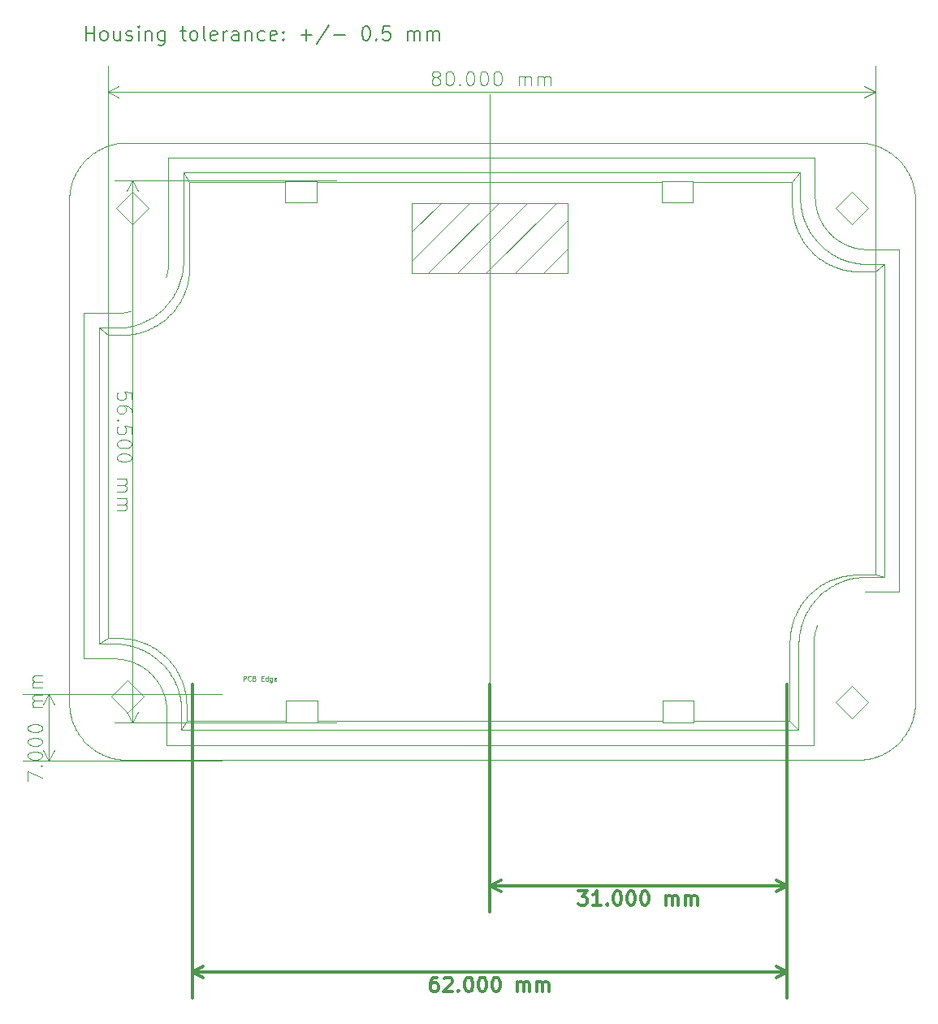
<source format=gbr>
G04 #@! TF.FileFunction,Drawing*
%FSLAX46Y46*%
G04 Gerber Fmt 4.6, Leading zero omitted, Abs format (unit mm)*
G04 Created by KiCad (PCBNEW 4.0.7) date 2018 March 10, Saturday 13:23:40*
%MOMM*%
%LPD*%
G01*
G04 APERTURE LIST*
%ADD10C,0.100000*%
%ADD11C,0.300000*%
%ADD12C,0.200000*%
%ADD13C,0.120000*%
%ADD14C,0.080000*%
G04 APERTURE END LIST*
D10*
X97000000Y-94000000D02*
X97000000Y-32500000D01*
D11*
X106214287Y-115528571D02*
X107142858Y-115528571D01*
X106642858Y-116100000D01*
X106857144Y-116100000D01*
X107000001Y-116171429D01*
X107071430Y-116242857D01*
X107142858Y-116385714D01*
X107142858Y-116742857D01*
X107071430Y-116885714D01*
X107000001Y-116957143D01*
X106857144Y-117028571D01*
X106428572Y-117028571D01*
X106285715Y-116957143D01*
X106214287Y-116885714D01*
X108571429Y-117028571D02*
X107714286Y-117028571D01*
X108142858Y-117028571D02*
X108142858Y-115528571D01*
X108000001Y-115742857D01*
X107857143Y-115885714D01*
X107714286Y-115957143D01*
X109214286Y-116885714D02*
X109285714Y-116957143D01*
X109214286Y-117028571D01*
X109142857Y-116957143D01*
X109214286Y-116885714D01*
X109214286Y-117028571D01*
X110214286Y-115528571D02*
X110357143Y-115528571D01*
X110500000Y-115600000D01*
X110571429Y-115671429D01*
X110642858Y-115814286D01*
X110714286Y-116100000D01*
X110714286Y-116457143D01*
X110642858Y-116742857D01*
X110571429Y-116885714D01*
X110500000Y-116957143D01*
X110357143Y-117028571D01*
X110214286Y-117028571D01*
X110071429Y-116957143D01*
X110000000Y-116885714D01*
X109928572Y-116742857D01*
X109857143Y-116457143D01*
X109857143Y-116100000D01*
X109928572Y-115814286D01*
X110000000Y-115671429D01*
X110071429Y-115600000D01*
X110214286Y-115528571D01*
X111642857Y-115528571D02*
X111785714Y-115528571D01*
X111928571Y-115600000D01*
X112000000Y-115671429D01*
X112071429Y-115814286D01*
X112142857Y-116100000D01*
X112142857Y-116457143D01*
X112071429Y-116742857D01*
X112000000Y-116885714D01*
X111928571Y-116957143D01*
X111785714Y-117028571D01*
X111642857Y-117028571D01*
X111500000Y-116957143D01*
X111428571Y-116885714D01*
X111357143Y-116742857D01*
X111285714Y-116457143D01*
X111285714Y-116100000D01*
X111357143Y-115814286D01*
X111428571Y-115671429D01*
X111500000Y-115600000D01*
X111642857Y-115528571D01*
X113071428Y-115528571D02*
X113214285Y-115528571D01*
X113357142Y-115600000D01*
X113428571Y-115671429D01*
X113500000Y-115814286D01*
X113571428Y-116100000D01*
X113571428Y-116457143D01*
X113500000Y-116742857D01*
X113428571Y-116885714D01*
X113357142Y-116957143D01*
X113214285Y-117028571D01*
X113071428Y-117028571D01*
X112928571Y-116957143D01*
X112857142Y-116885714D01*
X112785714Y-116742857D01*
X112714285Y-116457143D01*
X112714285Y-116100000D01*
X112785714Y-115814286D01*
X112857142Y-115671429D01*
X112928571Y-115600000D01*
X113071428Y-115528571D01*
X115357142Y-117028571D02*
X115357142Y-116028571D01*
X115357142Y-116171429D02*
X115428570Y-116100000D01*
X115571428Y-116028571D01*
X115785713Y-116028571D01*
X115928570Y-116100000D01*
X115999999Y-116242857D01*
X115999999Y-117028571D01*
X115999999Y-116242857D02*
X116071428Y-116100000D01*
X116214285Y-116028571D01*
X116428570Y-116028571D01*
X116571428Y-116100000D01*
X116642856Y-116242857D01*
X116642856Y-117028571D01*
X117357142Y-117028571D02*
X117357142Y-116028571D01*
X117357142Y-116171429D02*
X117428570Y-116100000D01*
X117571428Y-116028571D01*
X117785713Y-116028571D01*
X117928570Y-116100000D01*
X117999999Y-116242857D01*
X117999999Y-117028571D01*
X117999999Y-116242857D02*
X118071428Y-116100000D01*
X118214285Y-116028571D01*
X118428570Y-116028571D01*
X118571428Y-116100000D01*
X118642856Y-116242857D01*
X118642856Y-117028571D01*
X128000000Y-115000000D02*
X97000000Y-115000000D01*
X128000000Y-94000000D02*
X128000000Y-117700000D01*
X97000000Y-94000000D02*
X97000000Y-117700000D01*
X97000000Y-115000000D02*
X98126504Y-114413579D01*
X97000000Y-115000000D02*
X98126504Y-115586421D01*
X128000000Y-115000000D02*
X126873496Y-114413579D01*
X128000000Y-115000000D02*
X126873496Y-115586421D01*
X91500001Y-124528571D02*
X91214287Y-124528571D01*
X91071430Y-124600000D01*
X91000001Y-124671429D01*
X90857144Y-124885714D01*
X90785715Y-125171429D01*
X90785715Y-125742857D01*
X90857144Y-125885714D01*
X90928572Y-125957143D01*
X91071430Y-126028571D01*
X91357144Y-126028571D01*
X91500001Y-125957143D01*
X91571430Y-125885714D01*
X91642858Y-125742857D01*
X91642858Y-125385714D01*
X91571430Y-125242857D01*
X91500001Y-125171429D01*
X91357144Y-125100000D01*
X91071430Y-125100000D01*
X90928572Y-125171429D01*
X90857144Y-125242857D01*
X90785715Y-125385714D01*
X92214286Y-124671429D02*
X92285715Y-124600000D01*
X92428572Y-124528571D01*
X92785715Y-124528571D01*
X92928572Y-124600000D01*
X93000001Y-124671429D01*
X93071429Y-124814286D01*
X93071429Y-124957143D01*
X93000001Y-125171429D01*
X92142858Y-126028571D01*
X93071429Y-126028571D01*
X93714286Y-125885714D02*
X93785714Y-125957143D01*
X93714286Y-126028571D01*
X93642857Y-125957143D01*
X93714286Y-125885714D01*
X93714286Y-126028571D01*
X94714286Y-124528571D02*
X94857143Y-124528571D01*
X95000000Y-124600000D01*
X95071429Y-124671429D01*
X95142858Y-124814286D01*
X95214286Y-125100000D01*
X95214286Y-125457143D01*
X95142858Y-125742857D01*
X95071429Y-125885714D01*
X95000000Y-125957143D01*
X94857143Y-126028571D01*
X94714286Y-126028571D01*
X94571429Y-125957143D01*
X94500000Y-125885714D01*
X94428572Y-125742857D01*
X94357143Y-125457143D01*
X94357143Y-125100000D01*
X94428572Y-124814286D01*
X94500000Y-124671429D01*
X94571429Y-124600000D01*
X94714286Y-124528571D01*
X96142857Y-124528571D02*
X96285714Y-124528571D01*
X96428571Y-124600000D01*
X96500000Y-124671429D01*
X96571429Y-124814286D01*
X96642857Y-125100000D01*
X96642857Y-125457143D01*
X96571429Y-125742857D01*
X96500000Y-125885714D01*
X96428571Y-125957143D01*
X96285714Y-126028571D01*
X96142857Y-126028571D01*
X96000000Y-125957143D01*
X95928571Y-125885714D01*
X95857143Y-125742857D01*
X95785714Y-125457143D01*
X95785714Y-125100000D01*
X95857143Y-124814286D01*
X95928571Y-124671429D01*
X96000000Y-124600000D01*
X96142857Y-124528571D01*
X97571428Y-124528571D02*
X97714285Y-124528571D01*
X97857142Y-124600000D01*
X97928571Y-124671429D01*
X98000000Y-124814286D01*
X98071428Y-125100000D01*
X98071428Y-125457143D01*
X98000000Y-125742857D01*
X97928571Y-125885714D01*
X97857142Y-125957143D01*
X97714285Y-126028571D01*
X97571428Y-126028571D01*
X97428571Y-125957143D01*
X97357142Y-125885714D01*
X97285714Y-125742857D01*
X97214285Y-125457143D01*
X97214285Y-125100000D01*
X97285714Y-124814286D01*
X97357142Y-124671429D01*
X97428571Y-124600000D01*
X97571428Y-124528571D01*
X99857142Y-126028571D02*
X99857142Y-125028571D01*
X99857142Y-125171429D02*
X99928570Y-125100000D01*
X100071428Y-125028571D01*
X100285713Y-125028571D01*
X100428570Y-125100000D01*
X100499999Y-125242857D01*
X100499999Y-126028571D01*
X100499999Y-125242857D02*
X100571428Y-125100000D01*
X100714285Y-125028571D01*
X100928570Y-125028571D01*
X101071428Y-125100000D01*
X101142856Y-125242857D01*
X101142856Y-126028571D01*
X101857142Y-126028571D02*
X101857142Y-125028571D01*
X101857142Y-125171429D02*
X101928570Y-125100000D01*
X102071428Y-125028571D01*
X102285713Y-125028571D01*
X102428570Y-125100000D01*
X102499999Y-125242857D01*
X102499999Y-126028571D01*
X102499999Y-125242857D02*
X102571428Y-125100000D01*
X102714285Y-125028571D01*
X102928570Y-125028571D01*
X103071428Y-125100000D01*
X103142856Y-125242857D01*
X103142856Y-126028571D01*
X128000000Y-124000000D02*
X66000000Y-124000000D01*
X128000000Y-94000000D02*
X128000000Y-126700000D01*
X66000000Y-94000000D02*
X66000000Y-126700000D01*
X66000000Y-124000000D02*
X67126504Y-123413579D01*
X66000000Y-124000000D02*
X67126504Y-124586421D01*
X128000000Y-124000000D02*
X126873496Y-123413579D01*
X128000000Y-124000000D02*
X126873496Y-124586421D01*
D10*
X48828571Y-104071427D02*
X48828571Y-103071427D01*
X50328571Y-103714284D01*
X50185714Y-102499999D02*
X50257143Y-102428571D01*
X50328571Y-102499999D01*
X50257143Y-102571428D01*
X50185714Y-102499999D01*
X50328571Y-102499999D01*
X48828571Y-101499999D02*
X48828571Y-101357142D01*
X48900000Y-101214285D01*
X48971429Y-101142856D01*
X49114286Y-101071427D01*
X49400000Y-100999999D01*
X49757143Y-100999999D01*
X50042857Y-101071427D01*
X50185714Y-101142856D01*
X50257143Y-101214285D01*
X50328571Y-101357142D01*
X50328571Y-101499999D01*
X50257143Y-101642856D01*
X50185714Y-101714285D01*
X50042857Y-101785713D01*
X49757143Y-101857142D01*
X49400000Y-101857142D01*
X49114286Y-101785713D01*
X48971429Y-101714285D01*
X48900000Y-101642856D01*
X48828571Y-101499999D01*
X48828571Y-100071428D02*
X48828571Y-99928571D01*
X48900000Y-99785714D01*
X48971429Y-99714285D01*
X49114286Y-99642856D01*
X49400000Y-99571428D01*
X49757143Y-99571428D01*
X50042857Y-99642856D01*
X50185714Y-99714285D01*
X50257143Y-99785714D01*
X50328571Y-99928571D01*
X50328571Y-100071428D01*
X50257143Y-100214285D01*
X50185714Y-100285714D01*
X50042857Y-100357142D01*
X49757143Y-100428571D01*
X49400000Y-100428571D01*
X49114286Y-100357142D01*
X48971429Y-100285714D01*
X48900000Y-100214285D01*
X48828571Y-100071428D01*
X48828571Y-98642857D02*
X48828571Y-98500000D01*
X48900000Y-98357143D01*
X48971429Y-98285714D01*
X49114286Y-98214285D01*
X49400000Y-98142857D01*
X49757143Y-98142857D01*
X50042857Y-98214285D01*
X50185714Y-98285714D01*
X50257143Y-98357143D01*
X50328571Y-98500000D01*
X50328571Y-98642857D01*
X50257143Y-98785714D01*
X50185714Y-98857143D01*
X50042857Y-98928571D01*
X49757143Y-99000000D01*
X49400000Y-99000000D01*
X49114286Y-98928571D01*
X48971429Y-98857143D01*
X48900000Y-98785714D01*
X48828571Y-98642857D01*
X50328571Y-96357143D02*
X49328571Y-96357143D01*
X49471429Y-96357143D02*
X49400000Y-96285715D01*
X49328571Y-96142857D01*
X49328571Y-95928572D01*
X49400000Y-95785715D01*
X49542857Y-95714286D01*
X50328571Y-95714286D01*
X49542857Y-95714286D02*
X49400000Y-95642857D01*
X49328571Y-95500000D01*
X49328571Y-95285715D01*
X49400000Y-95142857D01*
X49542857Y-95071429D01*
X50328571Y-95071429D01*
X50328571Y-94357143D02*
X49328571Y-94357143D01*
X49471429Y-94357143D02*
X49400000Y-94285715D01*
X49328571Y-94142857D01*
X49328571Y-93928572D01*
X49400000Y-93785715D01*
X49542857Y-93714286D01*
X50328571Y-93714286D01*
X49542857Y-93714286D02*
X49400000Y-93642857D01*
X49328571Y-93500000D01*
X49328571Y-93285715D01*
X49400000Y-93142857D01*
X49542857Y-93071429D01*
X50328571Y-93071429D01*
X51000000Y-102000000D02*
X51000000Y-95000000D01*
X69000000Y-102000000D02*
X48300000Y-102000000D01*
X69000000Y-95000000D02*
X48300000Y-95000000D01*
X51000000Y-95000000D02*
X51586421Y-96126504D01*
X51000000Y-95000000D02*
X50413579Y-96126504D01*
X51000000Y-102000000D02*
X51586421Y-100873496D01*
X51000000Y-102000000D02*
X50413579Y-100873496D01*
D12*
X54871429Y-26928571D02*
X54871429Y-25428571D01*
X54871429Y-26142857D02*
X55728572Y-26142857D01*
X55728572Y-26928571D02*
X55728572Y-25428571D01*
X56657144Y-26928571D02*
X56514286Y-26857143D01*
X56442858Y-26785714D01*
X56371429Y-26642857D01*
X56371429Y-26214286D01*
X56442858Y-26071429D01*
X56514286Y-26000000D01*
X56657144Y-25928571D01*
X56871429Y-25928571D01*
X57014286Y-26000000D01*
X57085715Y-26071429D01*
X57157144Y-26214286D01*
X57157144Y-26642857D01*
X57085715Y-26785714D01*
X57014286Y-26857143D01*
X56871429Y-26928571D01*
X56657144Y-26928571D01*
X58442858Y-25928571D02*
X58442858Y-26928571D01*
X57800001Y-25928571D02*
X57800001Y-26714286D01*
X57871429Y-26857143D01*
X58014287Y-26928571D01*
X58228572Y-26928571D01*
X58371429Y-26857143D01*
X58442858Y-26785714D01*
X59085715Y-26857143D02*
X59228572Y-26928571D01*
X59514287Y-26928571D01*
X59657144Y-26857143D01*
X59728572Y-26714286D01*
X59728572Y-26642857D01*
X59657144Y-26500000D01*
X59514287Y-26428571D01*
X59300001Y-26428571D01*
X59157144Y-26357143D01*
X59085715Y-26214286D01*
X59085715Y-26142857D01*
X59157144Y-26000000D01*
X59300001Y-25928571D01*
X59514287Y-25928571D01*
X59657144Y-26000000D01*
X60371430Y-26928571D02*
X60371430Y-25928571D01*
X60371430Y-25428571D02*
X60300001Y-25500000D01*
X60371430Y-25571429D01*
X60442858Y-25500000D01*
X60371430Y-25428571D01*
X60371430Y-25571429D01*
X61085716Y-25928571D02*
X61085716Y-26928571D01*
X61085716Y-26071429D02*
X61157144Y-26000000D01*
X61300002Y-25928571D01*
X61514287Y-25928571D01*
X61657144Y-26000000D01*
X61728573Y-26142857D01*
X61728573Y-26928571D01*
X63085716Y-25928571D02*
X63085716Y-27142857D01*
X63014287Y-27285714D01*
X62942859Y-27357143D01*
X62800002Y-27428571D01*
X62585716Y-27428571D01*
X62442859Y-27357143D01*
X63085716Y-26857143D02*
X62942859Y-26928571D01*
X62657145Y-26928571D01*
X62514287Y-26857143D01*
X62442859Y-26785714D01*
X62371430Y-26642857D01*
X62371430Y-26214286D01*
X62442859Y-26071429D01*
X62514287Y-26000000D01*
X62657145Y-25928571D01*
X62942859Y-25928571D01*
X63085716Y-26000000D01*
X64728573Y-25928571D02*
X65300002Y-25928571D01*
X64942859Y-25428571D02*
X64942859Y-26714286D01*
X65014287Y-26857143D01*
X65157145Y-26928571D01*
X65300002Y-26928571D01*
X66014288Y-26928571D02*
X65871430Y-26857143D01*
X65800002Y-26785714D01*
X65728573Y-26642857D01*
X65728573Y-26214286D01*
X65800002Y-26071429D01*
X65871430Y-26000000D01*
X66014288Y-25928571D01*
X66228573Y-25928571D01*
X66371430Y-26000000D01*
X66442859Y-26071429D01*
X66514288Y-26214286D01*
X66514288Y-26642857D01*
X66442859Y-26785714D01*
X66371430Y-26857143D01*
X66228573Y-26928571D01*
X66014288Y-26928571D01*
X67371431Y-26928571D02*
X67228573Y-26857143D01*
X67157145Y-26714286D01*
X67157145Y-25428571D01*
X68514287Y-26857143D02*
X68371430Y-26928571D01*
X68085716Y-26928571D01*
X67942859Y-26857143D01*
X67871430Y-26714286D01*
X67871430Y-26142857D01*
X67942859Y-26000000D01*
X68085716Y-25928571D01*
X68371430Y-25928571D01*
X68514287Y-26000000D01*
X68585716Y-26142857D01*
X68585716Y-26285714D01*
X67871430Y-26428571D01*
X69228573Y-26928571D02*
X69228573Y-25928571D01*
X69228573Y-26214286D02*
X69300001Y-26071429D01*
X69371430Y-26000000D01*
X69514287Y-25928571D01*
X69657144Y-25928571D01*
X70800001Y-26928571D02*
X70800001Y-26142857D01*
X70728572Y-26000000D01*
X70585715Y-25928571D01*
X70300001Y-25928571D01*
X70157144Y-26000000D01*
X70800001Y-26857143D02*
X70657144Y-26928571D01*
X70300001Y-26928571D01*
X70157144Y-26857143D01*
X70085715Y-26714286D01*
X70085715Y-26571429D01*
X70157144Y-26428571D01*
X70300001Y-26357143D01*
X70657144Y-26357143D01*
X70800001Y-26285714D01*
X71514287Y-25928571D02*
X71514287Y-26928571D01*
X71514287Y-26071429D02*
X71585715Y-26000000D01*
X71728573Y-25928571D01*
X71942858Y-25928571D01*
X72085715Y-26000000D01*
X72157144Y-26142857D01*
X72157144Y-26928571D01*
X73514287Y-26857143D02*
X73371430Y-26928571D01*
X73085716Y-26928571D01*
X72942858Y-26857143D01*
X72871430Y-26785714D01*
X72800001Y-26642857D01*
X72800001Y-26214286D01*
X72871430Y-26071429D01*
X72942858Y-26000000D01*
X73085716Y-25928571D01*
X73371430Y-25928571D01*
X73514287Y-26000000D01*
X74728572Y-26857143D02*
X74585715Y-26928571D01*
X74300001Y-26928571D01*
X74157144Y-26857143D01*
X74085715Y-26714286D01*
X74085715Y-26142857D01*
X74157144Y-26000000D01*
X74300001Y-25928571D01*
X74585715Y-25928571D01*
X74728572Y-26000000D01*
X74800001Y-26142857D01*
X74800001Y-26285714D01*
X74085715Y-26428571D01*
X75442858Y-26785714D02*
X75514286Y-26857143D01*
X75442858Y-26928571D01*
X75371429Y-26857143D01*
X75442858Y-26785714D01*
X75442858Y-26928571D01*
X75442858Y-26000000D02*
X75514286Y-26071429D01*
X75442858Y-26142857D01*
X75371429Y-26071429D01*
X75442858Y-26000000D01*
X75442858Y-26142857D01*
X77300001Y-26357143D02*
X78442858Y-26357143D01*
X77871429Y-26928571D02*
X77871429Y-25785714D01*
X80228572Y-25357143D02*
X78942858Y-27285714D01*
X80728573Y-26357143D02*
X81871430Y-26357143D01*
X84014287Y-25428571D02*
X84157144Y-25428571D01*
X84300001Y-25500000D01*
X84371430Y-25571429D01*
X84442859Y-25714286D01*
X84514287Y-26000000D01*
X84514287Y-26357143D01*
X84442859Y-26642857D01*
X84371430Y-26785714D01*
X84300001Y-26857143D01*
X84157144Y-26928571D01*
X84014287Y-26928571D01*
X83871430Y-26857143D01*
X83800001Y-26785714D01*
X83728573Y-26642857D01*
X83657144Y-26357143D01*
X83657144Y-26000000D01*
X83728573Y-25714286D01*
X83800001Y-25571429D01*
X83871430Y-25500000D01*
X84014287Y-25428571D01*
X85157144Y-26785714D02*
X85228572Y-26857143D01*
X85157144Y-26928571D01*
X85085715Y-26857143D01*
X85157144Y-26785714D01*
X85157144Y-26928571D01*
X86585716Y-25428571D02*
X85871430Y-25428571D01*
X85800001Y-26142857D01*
X85871430Y-26071429D01*
X86014287Y-26000000D01*
X86371430Y-26000000D01*
X86514287Y-26071429D01*
X86585716Y-26142857D01*
X86657144Y-26285714D01*
X86657144Y-26642857D01*
X86585716Y-26785714D01*
X86514287Y-26857143D01*
X86371430Y-26928571D01*
X86014287Y-26928571D01*
X85871430Y-26857143D01*
X85800001Y-26785714D01*
X88442858Y-26928571D02*
X88442858Y-25928571D01*
X88442858Y-26071429D02*
X88514286Y-26000000D01*
X88657144Y-25928571D01*
X88871429Y-25928571D01*
X89014286Y-26000000D01*
X89085715Y-26142857D01*
X89085715Y-26928571D01*
X89085715Y-26142857D02*
X89157144Y-26000000D01*
X89300001Y-25928571D01*
X89514286Y-25928571D01*
X89657144Y-26000000D01*
X89728572Y-26142857D01*
X89728572Y-26928571D01*
X90442858Y-26928571D02*
X90442858Y-25928571D01*
X90442858Y-26071429D02*
X90514286Y-26000000D01*
X90657144Y-25928571D01*
X90871429Y-25928571D01*
X91014286Y-26000000D01*
X91085715Y-26142857D01*
X91085715Y-26928571D01*
X91085715Y-26142857D02*
X91157144Y-26000000D01*
X91300001Y-25928571D01*
X91514286Y-25928571D01*
X91657144Y-26000000D01*
X91728572Y-26142857D01*
X91728572Y-26928571D01*
D10*
X59621429Y-64321430D02*
X59621429Y-63607144D01*
X58907143Y-63535715D01*
X58978571Y-63607144D01*
X59050000Y-63750001D01*
X59050000Y-64107144D01*
X58978571Y-64250001D01*
X58907143Y-64321430D01*
X58764286Y-64392858D01*
X58407143Y-64392858D01*
X58264286Y-64321430D01*
X58192857Y-64250001D01*
X58121429Y-64107144D01*
X58121429Y-63750001D01*
X58192857Y-63607144D01*
X58264286Y-63535715D01*
X59621429Y-65678572D02*
X59621429Y-65392858D01*
X59550000Y-65250001D01*
X59478571Y-65178572D01*
X59264286Y-65035715D01*
X58978571Y-64964286D01*
X58407143Y-64964286D01*
X58264286Y-65035715D01*
X58192857Y-65107143D01*
X58121429Y-65250001D01*
X58121429Y-65535715D01*
X58192857Y-65678572D01*
X58264286Y-65750001D01*
X58407143Y-65821429D01*
X58764286Y-65821429D01*
X58907143Y-65750001D01*
X58978571Y-65678572D01*
X59050000Y-65535715D01*
X59050000Y-65250001D01*
X58978571Y-65107143D01*
X58907143Y-65035715D01*
X58764286Y-64964286D01*
X58264286Y-66464286D02*
X58192857Y-66535714D01*
X58121429Y-66464286D01*
X58192857Y-66392857D01*
X58264286Y-66464286D01*
X58121429Y-66464286D01*
X59621429Y-67892858D02*
X59621429Y-67178572D01*
X58907143Y-67107143D01*
X58978571Y-67178572D01*
X59050000Y-67321429D01*
X59050000Y-67678572D01*
X58978571Y-67821429D01*
X58907143Y-67892858D01*
X58764286Y-67964286D01*
X58407143Y-67964286D01*
X58264286Y-67892858D01*
X58192857Y-67821429D01*
X58121429Y-67678572D01*
X58121429Y-67321429D01*
X58192857Y-67178572D01*
X58264286Y-67107143D01*
X59621429Y-68892857D02*
X59621429Y-69035714D01*
X59550000Y-69178571D01*
X59478571Y-69250000D01*
X59335714Y-69321429D01*
X59050000Y-69392857D01*
X58692857Y-69392857D01*
X58407143Y-69321429D01*
X58264286Y-69250000D01*
X58192857Y-69178571D01*
X58121429Y-69035714D01*
X58121429Y-68892857D01*
X58192857Y-68750000D01*
X58264286Y-68678571D01*
X58407143Y-68607143D01*
X58692857Y-68535714D01*
X59050000Y-68535714D01*
X59335714Y-68607143D01*
X59478571Y-68678571D01*
X59550000Y-68750000D01*
X59621429Y-68892857D01*
X59621429Y-70321428D02*
X59621429Y-70464285D01*
X59550000Y-70607142D01*
X59478571Y-70678571D01*
X59335714Y-70750000D01*
X59050000Y-70821428D01*
X58692857Y-70821428D01*
X58407143Y-70750000D01*
X58264286Y-70678571D01*
X58192857Y-70607142D01*
X58121429Y-70464285D01*
X58121429Y-70321428D01*
X58192857Y-70178571D01*
X58264286Y-70107142D01*
X58407143Y-70035714D01*
X58692857Y-69964285D01*
X59050000Y-69964285D01*
X59335714Y-70035714D01*
X59478571Y-70107142D01*
X59550000Y-70178571D01*
X59621429Y-70321428D01*
X58121429Y-72607142D02*
X59121429Y-72607142D01*
X58978571Y-72607142D02*
X59050000Y-72678570D01*
X59121429Y-72821428D01*
X59121429Y-73035713D01*
X59050000Y-73178570D01*
X58907143Y-73249999D01*
X58121429Y-73249999D01*
X58907143Y-73249999D02*
X59050000Y-73321428D01*
X59121429Y-73464285D01*
X59121429Y-73678570D01*
X59050000Y-73821428D01*
X58907143Y-73892856D01*
X58121429Y-73892856D01*
X58121429Y-74607142D02*
X59121429Y-74607142D01*
X58978571Y-74607142D02*
X59050000Y-74678570D01*
X59121429Y-74821428D01*
X59121429Y-75035713D01*
X59050000Y-75178570D01*
X58907143Y-75249999D01*
X58121429Y-75249999D01*
X58907143Y-75249999D02*
X59050000Y-75321428D01*
X59121429Y-75464285D01*
X59121429Y-75678570D01*
X59050000Y-75821428D01*
X58907143Y-75892856D01*
X58121429Y-75892856D01*
X59750000Y-41500000D02*
X59750000Y-98000000D01*
X81000000Y-41500000D02*
X57850000Y-41500000D01*
X81000000Y-98000000D02*
X57850000Y-98000000D01*
X59750000Y-98000000D02*
X59163579Y-96873496D01*
X59750000Y-98000000D02*
X60336421Y-96873496D01*
X59750000Y-41500000D02*
X59163579Y-42626504D01*
X59750000Y-41500000D02*
X60336421Y-42626504D01*
X91221430Y-30771429D02*
X91078572Y-30700000D01*
X91007144Y-30628571D01*
X90935715Y-30485714D01*
X90935715Y-30414286D01*
X91007144Y-30271429D01*
X91078572Y-30200000D01*
X91221430Y-30128571D01*
X91507144Y-30128571D01*
X91650001Y-30200000D01*
X91721430Y-30271429D01*
X91792858Y-30414286D01*
X91792858Y-30485714D01*
X91721430Y-30628571D01*
X91650001Y-30700000D01*
X91507144Y-30771429D01*
X91221430Y-30771429D01*
X91078572Y-30842857D01*
X91007144Y-30914286D01*
X90935715Y-31057143D01*
X90935715Y-31342857D01*
X91007144Y-31485714D01*
X91078572Y-31557143D01*
X91221430Y-31628571D01*
X91507144Y-31628571D01*
X91650001Y-31557143D01*
X91721430Y-31485714D01*
X91792858Y-31342857D01*
X91792858Y-31057143D01*
X91721430Y-30914286D01*
X91650001Y-30842857D01*
X91507144Y-30771429D01*
X92721429Y-30128571D02*
X92864286Y-30128571D01*
X93007143Y-30200000D01*
X93078572Y-30271429D01*
X93150001Y-30414286D01*
X93221429Y-30700000D01*
X93221429Y-31057143D01*
X93150001Y-31342857D01*
X93078572Y-31485714D01*
X93007143Y-31557143D01*
X92864286Y-31628571D01*
X92721429Y-31628571D01*
X92578572Y-31557143D01*
X92507143Y-31485714D01*
X92435715Y-31342857D01*
X92364286Y-31057143D01*
X92364286Y-30700000D01*
X92435715Y-30414286D01*
X92507143Y-30271429D01*
X92578572Y-30200000D01*
X92721429Y-30128571D01*
X93864286Y-31485714D02*
X93935714Y-31557143D01*
X93864286Y-31628571D01*
X93792857Y-31557143D01*
X93864286Y-31485714D01*
X93864286Y-31628571D01*
X94864286Y-30128571D02*
X95007143Y-30128571D01*
X95150000Y-30200000D01*
X95221429Y-30271429D01*
X95292858Y-30414286D01*
X95364286Y-30700000D01*
X95364286Y-31057143D01*
X95292858Y-31342857D01*
X95221429Y-31485714D01*
X95150000Y-31557143D01*
X95007143Y-31628571D01*
X94864286Y-31628571D01*
X94721429Y-31557143D01*
X94650000Y-31485714D01*
X94578572Y-31342857D01*
X94507143Y-31057143D01*
X94507143Y-30700000D01*
X94578572Y-30414286D01*
X94650000Y-30271429D01*
X94721429Y-30200000D01*
X94864286Y-30128571D01*
X96292857Y-30128571D02*
X96435714Y-30128571D01*
X96578571Y-30200000D01*
X96650000Y-30271429D01*
X96721429Y-30414286D01*
X96792857Y-30700000D01*
X96792857Y-31057143D01*
X96721429Y-31342857D01*
X96650000Y-31485714D01*
X96578571Y-31557143D01*
X96435714Y-31628571D01*
X96292857Y-31628571D01*
X96150000Y-31557143D01*
X96078571Y-31485714D01*
X96007143Y-31342857D01*
X95935714Y-31057143D01*
X95935714Y-30700000D01*
X96007143Y-30414286D01*
X96078571Y-30271429D01*
X96150000Y-30200000D01*
X96292857Y-30128571D01*
X97721428Y-30128571D02*
X97864285Y-30128571D01*
X98007142Y-30200000D01*
X98078571Y-30271429D01*
X98150000Y-30414286D01*
X98221428Y-30700000D01*
X98221428Y-31057143D01*
X98150000Y-31342857D01*
X98078571Y-31485714D01*
X98007142Y-31557143D01*
X97864285Y-31628571D01*
X97721428Y-31628571D01*
X97578571Y-31557143D01*
X97507142Y-31485714D01*
X97435714Y-31342857D01*
X97364285Y-31057143D01*
X97364285Y-30700000D01*
X97435714Y-30414286D01*
X97507142Y-30271429D01*
X97578571Y-30200000D01*
X97721428Y-30128571D01*
X100007142Y-31628571D02*
X100007142Y-30628571D01*
X100007142Y-30771429D02*
X100078570Y-30700000D01*
X100221428Y-30628571D01*
X100435713Y-30628571D01*
X100578570Y-30700000D01*
X100649999Y-30842857D01*
X100649999Y-31628571D01*
X100649999Y-30842857D02*
X100721428Y-30700000D01*
X100864285Y-30628571D01*
X101078570Y-30628571D01*
X101221428Y-30700000D01*
X101292856Y-30842857D01*
X101292856Y-31628571D01*
X102007142Y-31628571D02*
X102007142Y-30628571D01*
X102007142Y-30771429D02*
X102078570Y-30700000D01*
X102221428Y-30628571D01*
X102435713Y-30628571D01*
X102578570Y-30700000D01*
X102649999Y-30842857D01*
X102649999Y-31628571D01*
X102649999Y-30842857D02*
X102721428Y-30700000D01*
X102864285Y-30628571D01*
X103078570Y-30628571D01*
X103221428Y-30700000D01*
X103292856Y-30842857D01*
X103292856Y-31628571D01*
X137150000Y-32300000D02*
X57150000Y-32300000D01*
X137150000Y-69450000D02*
X137150000Y-29600000D01*
X57150000Y-69450000D02*
X57150000Y-29600000D01*
X57150000Y-32300000D02*
X58276504Y-31713579D01*
X57150000Y-32300000D02*
X58276504Y-32886421D01*
X137150000Y-32300000D02*
X136023496Y-31713579D01*
X137150000Y-32300000D02*
X136023496Y-32886421D01*
X57439041Y-101630197D02*
X57321566Y-101594637D01*
X57089791Y-101515897D02*
X56975491Y-101473352D01*
X59006221Y-101871497D02*
X58884301Y-101867687D01*
X56526546Y-101279042D02*
X56416691Y-101225067D01*
X56748796Y-101380642D02*
X56637036Y-101331112D01*
X57794006Y-101722907D02*
X57675261Y-101694332D01*
X58761746Y-101861972D02*
X58639826Y-101853082D01*
X135579601Y-101867687D02*
X135457681Y-101871497D01*
X54759976Y-99984912D02*
X54677426Y-99895377D01*
X58275336Y-101811807D02*
X58154051Y-101793392D01*
X59128776Y-101872767D02*
X59006221Y-101871497D01*
X57913386Y-101748942D02*
X57794006Y-101722907D01*
X54364371Y-99518822D02*
X54291346Y-99421032D01*
X58154051Y-101793392D02*
X58033401Y-101772437D01*
X58884301Y-101867687D02*
X58761746Y-101861972D01*
X58396621Y-101828317D02*
X58275336Y-101811807D01*
X55485781Y-100640232D02*
X55389261Y-100564667D01*
X53576336Y-98142777D02*
X53531251Y-98029112D01*
X53673491Y-98367567D02*
X53623961Y-98255807D01*
X58517906Y-101841652D02*
X58396621Y-101828317D01*
X53779536Y-98587912D02*
X53725561Y-98478057D01*
X53725561Y-98478057D02*
X53673491Y-98367567D01*
X54018296Y-99015267D02*
X53955431Y-98909857D01*
X58639826Y-101853082D02*
X58517906Y-101841652D01*
X54845066Y-100073177D02*
X54759976Y-99984912D01*
X54931426Y-100159537D02*
X54845066Y-100073177D01*
X55019691Y-100244627D02*
X54931426Y-100159537D01*
X55201301Y-100408457D02*
X55109226Y-100327177D01*
X56861826Y-101428267D02*
X56748796Y-101380642D01*
X56200791Y-101110132D02*
X56094746Y-101049172D01*
X56637036Y-101331112D02*
X56526546Y-101279042D01*
X135335126Y-101872767D02*
X59128776Y-101872767D01*
X57675261Y-101694332D02*
X57556516Y-101663217D01*
X53836051Y-98696497D02*
X53779536Y-98587912D01*
X55294646Y-100487832D02*
X55201301Y-100408457D01*
X55389261Y-100564667D02*
X55294646Y-100487832D01*
X54439936Y-99615342D02*
X54364371Y-99518822D01*
X135702156Y-101861972D02*
X135579601Y-101867687D01*
X54083701Y-99118772D02*
X54018296Y-99015267D01*
X55989336Y-100986307D02*
X55885831Y-100920902D01*
X55109226Y-100327177D02*
X55019691Y-100244627D01*
X55683266Y-100785012D02*
X55583571Y-100713257D01*
X57205361Y-101556537D02*
X57089791Y-101515897D01*
X54219591Y-99321337D02*
X54150376Y-99221007D01*
X55583571Y-100713257D02*
X55485781Y-100640232D01*
X56416691Y-101225067D02*
X56308106Y-101168552D01*
X54677426Y-99895377D02*
X54596146Y-99803302D01*
X57321566Y-101594637D02*
X57205361Y-101556537D01*
X53623961Y-98255807D02*
X53576336Y-98142777D01*
X53894471Y-98803812D02*
X53836051Y-98696497D01*
X54596146Y-99803302D02*
X54516771Y-99709957D01*
X56975491Y-101473352D02*
X56861826Y-101428267D01*
X57556516Y-101663217D02*
X57439041Y-101630197D01*
X53955431Y-98909857D02*
X53894471Y-98803812D01*
X56308106Y-101168552D02*
X56200791Y-101110132D01*
X58033401Y-101772437D02*
X57913386Y-101748942D01*
X135457681Y-101871497D02*
X135335126Y-101872767D01*
X54150376Y-99221007D02*
X54083701Y-99118772D01*
X54291346Y-99421032D02*
X54219591Y-99321337D01*
X54516771Y-99709957D02*
X54439936Y-99615342D01*
X55783596Y-100854227D02*
X55683266Y-100785012D01*
X55885831Y-100920902D02*
X55783596Y-100854227D01*
X56094746Y-101049172D02*
X55989336Y-100986307D01*
X136067281Y-101828317D02*
X135945996Y-101841652D01*
X136188566Y-101811807D02*
X136067281Y-101828317D01*
X136309851Y-101793392D02*
X136188566Y-101811807D01*
X139074641Y-100564667D02*
X138978121Y-100640232D01*
X136430501Y-101772437D02*
X136309851Y-101793392D01*
X136550516Y-101748942D02*
X136430501Y-101772437D01*
X138155796Y-101168552D02*
X138047211Y-101225067D01*
X137258541Y-101556537D02*
X137142336Y-101594637D01*
X139786476Y-99895377D02*
X139703926Y-99984912D01*
X141089496Y-97565562D02*
X141053936Y-97683037D01*
X137602076Y-101428267D02*
X137488411Y-101473352D01*
X137826866Y-101331112D02*
X137715106Y-101380642D01*
X137937356Y-101279042D02*
X137826866Y-101331112D01*
X139354676Y-100327177D02*
X139262601Y-100408457D01*
X139618836Y-100073177D02*
X139532476Y-100159537D01*
X140313526Y-99221007D02*
X140244311Y-99321337D01*
X140738341Y-98478057D02*
X140684366Y-98587912D01*
X141122516Y-97448087D02*
X141089496Y-97565562D01*
X140244311Y-99321337D02*
X140172556Y-99421032D01*
X140508471Y-98909857D02*
X140445606Y-99015267D01*
X141015836Y-97799242D02*
X140975196Y-97914812D01*
X139703926Y-99984912D02*
X139618836Y-100073177D01*
X141182206Y-97210597D02*
X141153631Y-97329342D01*
X136669896Y-101722907D02*
X136550516Y-101748942D01*
X139947131Y-99709957D02*
X139867756Y-99803302D01*
X137142336Y-101594637D02*
X137024861Y-101630197D01*
X138474566Y-100986307D02*
X138369156Y-101049172D01*
X139262601Y-100408457D02*
X139169256Y-100487832D01*
X136907386Y-101663217D02*
X136788641Y-101694332D01*
X137024861Y-101630197D02*
X136907386Y-101663217D01*
X140887566Y-98142777D02*
X140839941Y-98255807D01*
X137374111Y-101515897D02*
X137258541Y-101556537D01*
X137488411Y-101473352D02*
X137374111Y-101515897D01*
X137715106Y-101380642D02*
X137602076Y-101428267D01*
X140172556Y-99421032D02*
X140099531Y-99518822D01*
X140627851Y-98696497D02*
X140569431Y-98803812D01*
X138047211Y-101225067D02*
X137937356Y-101279042D01*
X140975196Y-97914812D02*
X140932651Y-98029112D01*
X138263111Y-101110132D02*
X138155796Y-101168552D01*
X138369156Y-101049172D02*
X138263111Y-101110132D01*
X138680306Y-100854227D02*
X138578071Y-100920902D01*
X138880331Y-100713257D02*
X138780636Y-100785012D01*
X139444211Y-100244627D02*
X139354676Y-100327177D01*
X140099531Y-99518822D02*
X140023966Y-99615342D01*
X138978121Y-100640232D02*
X138880331Y-100713257D01*
X140023966Y-99615342D02*
X139947131Y-99709957D01*
X140839941Y-98255807D02*
X140790411Y-98367567D01*
X139532476Y-100159537D02*
X139444211Y-100244627D01*
X140790411Y-98367567D02*
X140738341Y-98478057D01*
X138780636Y-100785012D02*
X138680306Y-100854227D01*
X139169256Y-100487832D02*
X139074641Y-100564667D01*
X140569431Y-98803812D02*
X140508471Y-98909857D01*
X141153631Y-97329342D02*
X141122516Y-97448087D01*
X139867756Y-99803302D02*
X139786476Y-99895377D01*
X140380201Y-99118772D02*
X140313526Y-99221007D01*
X140932651Y-98029112D02*
X140887566Y-98142777D01*
X140445606Y-99015267D02*
X140380201Y-99118772D01*
X141053936Y-97683037D02*
X141015836Y-97799242D01*
X136788641Y-101694332D02*
X136669896Y-101722907D01*
X140684366Y-98587912D02*
X140627851Y-98696497D01*
X138578071Y-100920902D02*
X138474566Y-100986307D01*
X141208241Y-97091217D02*
X141182206Y-97210597D01*
X135824076Y-101853082D02*
X135702156Y-101861972D01*
X135945996Y-101841652D02*
X135824076Y-101853082D01*
X55583571Y-38732177D02*
X55683266Y-38660422D01*
X133010391Y-95847887D02*
X134707111Y-94151167D01*
X130773921Y-89146732D02*
X130782811Y-89080057D01*
X130766301Y-89214042D02*
X130773921Y-89146732D01*
X130759316Y-89281352D02*
X130766301Y-89214042D01*
X130752966Y-89348662D02*
X130759316Y-89281352D01*
X130747251Y-89415972D02*
X130752966Y-89348662D01*
X130742806Y-89483282D02*
X130747251Y-89415972D01*
X59006221Y-37573937D02*
X59128776Y-37572667D01*
X56416691Y-38220367D02*
X56526546Y-38166392D01*
X61453511Y-44397647D02*
X59756791Y-46094367D01*
X130738996Y-89550592D02*
X130742806Y-89483282D01*
X130732646Y-89753792D02*
X130733916Y-89685847D01*
X136132686Y-84372802D02*
X136184121Y-84372802D01*
X134707111Y-46094367D02*
X133010391Y-44397647D01*
X58154051Y-37652042D02*
X58275336Y-37633627D01*
X57321566Y-37850797D02*
X57439041Y-37815237D01*
X56308106Y-38276882D02*
X56416691Y-38220367D01*
X58275336Y-37633627D02*
X58396621Y-37617117D01*
X57794006Y-37722527D02*
X57913386Y-37696492D01*
X56637036Y-38114322D02*
X56748796Y-38064792D01*
X59128776Y-37572667D02*
X135335126Y-37572667D01*
X56094746Y-38396262D02*
X56200791Y-38335302D01*
X130735821Y-89618537D02*
X130738996Y-89550592D01*
X58761746Y-37583462D02*
X58884301Y-37577747D01*
X57509526Y-95247812D02*
X59206881Y-93551092D01*
X130732011Y-89821102D02*
X130732646Y-89753792D01*
X59756791Y-46094367D02*
X58059436Y-44397647D01*
X55485781Y-38805202D02*
X55583571Y-38732177D01*
X134707111Y-97545242D02*
X133010391Y-95847887D01*
X56975491Y-37972082D02*
X57089791Y-37929537D01*
X58059436Y-44397647D02*
X59756791Y-42700292D01*
X130733916Y-89685847D02*
X130735821Y-89618537D01*
X60903601Y-95247812D02*
X59206881Y-96945167D01*
X58396621Y-37617117D02*
X58517906Y-37603782D01*
X57556516Y-37782217D02*
X57675261Y-37751102D01*
X56748796Y-38064792D02*
X56861826Y-38017167D01*
X55683266Y-38660422D02*
X55783596Y-38591207D01*
X136404466Y-44397647D02*
X134707111Y-46094367D01*
X134707111Y-42700292D02*
X136404466Y-44397647D01*
X133010391Y-44397647D02*
X134707111Y-42700292D01*
X55885831Y-38524532D02*
X55989336Y-38459127D01*
X59756791Y-42700292D02*
X61453511Y-44397647D01*
X58517906Y-37603782D02*
X58639826Y-37592352D01*
X58639826Y-37592352D02*
X58761746Y-37583462D01*
X57089791Y-37929537D02*
X57205361Y-37888897D01*
X55783596Y-38591207D02*
X55885831Y-38524532D01*
X134707111Y-94151167D02*
X136404466Y-95847887D01*
X57205361Y-37888897D02*
X57321566Y-37850797D01*
X59206881Y-93551092D02*
X60903601Y-95247812D01*
X136404466Y-95847887D02*
X134707111Y-97545242D01*
X57675261Y-37751102D02*
X57794006Y-37722527D01*
X56200791Y-38335302D02*
X56308106Y-38276882D01*
X58884301Y-37577747D02*
X59006221Y-37573937D01*
X58033401Y-37672997D02*
X58154051Y-37652042D01*
X56861826Y-38017167D02*
X56975491Y-37972082D01*
X57913386Y-37696492D02*
X58033401Y-37672997D01*
X56526546Y-38166392D02*
X56637036Y-38114322D01*
X59206881Y-96945167D02*
X57509526Y-95247812D01*
X57439041Y-37815237D02*
X57556516Y-37782217D01*
X130803131Y-88946072D02*
X130813926Y-88879397D01*
X55989336Y-38459127D02*
X56094746Y-38396262D01*
X130792336Y-89012747D02*
X130803131Y-88946072D01*
X130782811Y-89080057D02*
X130792336Y-89012747D01*
X53151521Y-43080657D02*
X53162951Y-42958737D01*
X53192796Y-42716167D02*
X53211211Y-42594882D01*
X53211211Y-96850552D02*
X53192796Y-96729267D01*
X53255661Y-42354217D02*
X53281696Y-42234837D01*
X53488706Y-97914812D02*
X53448066Y-97799242D01*
X53133106Y-43447052D02*
X53136916Y-43325132D01*
X53176286Y-96607982D02*
X53162951Y-96486697D01*
X53310271Y-97329342D02*
X53281696Y-97210597D01*
X53576336Y-41302657D02*
X53623961Y-41189627D01*
X53136916Y-96120302D02*
X53133106Y-95998382D01*
X53232166Y-96971202D02*
X53211211Y-96850552D01*
X53131836Y-43569607D02*
X53133106Y-43447052D01*
X54219591Y-40124097D02*
X54291346Y-40024402D01*
X53133106Y-95998382D02*
X53131836Y-95875827D01*
X53192796Y-96729267D02*
X53176286Y-96607982D01*
X53142631Y-96242857D02*
X53136916Y-96120302D01*
X54931426Y-39285897D02*
X55019691Y-39200807D01*
X54759976Y-39460522D02*
X54845066Y-39372257D01*
X53725561Y-40967377D02*
X53779536Y-40857522D01*
X53151521Y-96364777D02*
X53142631Y-96242857D01*
X54596146Y-39642132D02*
X54677426Y-39550057D01*
X53162951Y-96486697D02*
X53151521Y-96364777D01*
X53448066Y-97799242D02*
X53409966Y-97683037D01*
X53409966Y-97683037D02*
X53374406Y-97565562D01*
X54439936Y-39830092D02*
X54516771Y-39735477D01*
X54364371Y-39926612D02*
X54439936Y-39830092D01*
X54150376Y-40224427D02*
X54219591Y-40124097D01*
X54018296Y-40430167D02*
X54083701Y-40326662D01*
X53232166Y-42474232D02*
X53255661Y-42354217D01*
X53894471Y-40641622D02*
X53955431Y-40535577D01*
X53409966Y-41762397D02*
X53448066Y-41646192D01*
X53281696Y-42234837D02*
X53310271Y-42116092D01*
X53255661Y-97091217D02*
X53232166Y-96971202D01*
X53136916Y-43325132D02*
X53142631Y-43202577D01*
X55109226Y-39118257D02*
X55201301Y-39036977D01*
X54083701Y-40326662D02*
X54150376Y-40224427D01*
X54845066Y-39372257D02*
X54931426Y-39285897D01*
X53341386Y-97448087D02*
X53310271Y-97329342D01*
X53836051Y-40748937D02*
X53894471Y-40641622D01*
X53779536Y-40857522D02*
X53836051Y-40748937D01*
X53488706Y-41530622D02*
X53531251Y-41416322D01*
X54677426Y-39550057D02*
X54759976Y-39460522D01*
X53176286Y-42837452D02*
X53192796Y-42716167D01*
X53955431Y-40535577D02*
X54018296Y-40430167D01*
X53623961Y-41189627D02*
X53673491Y-41077867D01*
X53341386Y-41997347D02*
X53374406Y-41879872D01*
X53531251Y-98029112D02*
X53488706Y-97914812D01*
X53673491Y-41077867D02*
X53725561Y-40967377D01*
X53162951Y-42958737D02*
X53176286Y-42837452D01*
X54516771Y-39735477D02*
X54596146Y-39642132D01*
X54291346Y-40024402D02*
X54364371Y-39926612D01*
X53211211Y-42594882D02*
X53232166Y-42474232D01*
X53142631Y-43202577D02*
X53151521Y-43080657D01*
X53374406Y-97565562D02*
X53341386Y-97448087D01*
X55389261Y-38880767D02*
X55485781Y-38805202D01*
X53131836Y-95875827D02*
X53131836Y-43569607D01*
X53281696Y-97210597D02*
X53255661Y-97091217D01*
X53374406Y-41879872D02*
X53409966Y-41762397D01*
X55294646Y-38957602D02*
X55389261Y-38880767D01*
X55201301Y-39036977D02*
X55294646Y-38957602D01*
X55019691Y-39200807D02*
X55109226Y-39118257D01*
X53531251Y-41416322D02*
X53576336Y-41302657D01*
X53448066Y-41646192D02*
X53488706Y-41530622D01*
X53310271Y-42116092D02*
X53341386Y-41997347D01*
X139169256Y-38957602D02*
X139262601Y-39036977D01*
X138978121Y-38805202D02*
X139074641Y-38880767D01*
X141330796Y-95998382D02*
X141326986Y-96120302D01*
X141271106Y-42716167D02*
X141287616Y-42837452D01*
X141153631Y-42116092D02*
X141182206Y-42234837D01*
X140975196Y-41530622D02*
X141015836Y-41646192D01*
X138369156Y-38396262D02*
X138474566Y-38459127D01*
X138578071Y-38524532D02*
X138680306Y-38591207D01*
X139262601Y-39036977D02*
X139354676Y-39118257D01*
X141332066Y-95875827D02*
X141330796Y-95998382D01*
X141330796Y-43447052D02*
X141332066Y-43569607D01*
X140932651Y-41416322D02*
X140975196Y-41530622D01*
X140887566Y-41302657D02*
X140932651Y-41416322D01*
X140172556Y-40024402D02*
X140244311Y-40124097D01*
X141321271Y-43202577D02*
X141326986Y-43325132D01*
X141300951Y-42958737D02*
X141312381Y-43080657D01*
X141252691Y-42594882D02*
X141271106Y-42716167D01*
X141208241Y-42354217D02*
X141231736Y-42474232D01*
X140790411Y-41077867D02*
X140839941Y-41189627D01*
X139532476Y-39285897D02*
X139618836Y-39372257D01*
X141182206Y-42234837D02*
X141208241Y-42354217D01*
X141015836Y-41646192D02*
X141053936Y-41762397D01*
X140738341Y-40967377D02*
X140790411Y-41077867D01*
X140627851Y-40748937D02*
X140684366Y-40857522D01*
X140508471Y-40535577D02*
X140569431Y-40641622D01*
X140380201Y-40326662D02*
X140445606Y-40430167D01*
X140313526Y-40224427D02*
X140380201Y-40326662D01*
X140099531Y-39926612D02*
X140172556Y-40024402D01*
X138263111Y-38335302D02*
X138369156Y-38396262D01*
X139947131Y-39735477D02*
X140023966Y-39830092D01*
X139786476Y-39550057D02*
X139867756Y-39642132D01*
X138474566Y-38459127D02*
X138578071Y-38524532D01*
X138880331Y-38732177D02*
X138978121Y-38805202D01*
X141326986Y-96120302D02*
X141321271Y-96242857D01*
X140023966Y-39830092D02*
X140099531Y-39926612D01*
X141312381Y-43080657D02*
X141321271Y-43202577D01*
X141332066Y-43569607D02*
X141332066Y-95875827D01*
X139703926Y-39460522D02*
X139786476Y-39550057D01*
X139618836Y-39372257D02*
X139703926Y-39460522D01*
X140839941Y-41189627D02*
X140887566Y-41302657D01*
X139074641Y-38880767D02*
X139169256Y-38957602D01*
X141326986Y-43325132D02*
X141330796Y-43447052D01*
X140569431Y-40641622D02*
X140627851Y-40748937D01*
X139867756Y-39642132D02*
X139947131Y-39735477D01*
X139354676Y-39118257D02*
X139444211Y-39200807D01*
X138680306Y-38591207D02*
X138780636Y-38660422D01*
X141231736Y-42474232D02*
X141252691Y-42594882D01*
X139444211Y-39200807D02*
X139532476Y-39285897D01*
X141089496Y-41879872D02*
X141122516Y-41997347D01*
X140684366Y-40857522D02*
X140738341Y-40967377D01*
X140244311Y-40124097D02*
X140313526Y-40224427D01*
X141231736Y-96971202D02*
X141208241Y-97091217D01*
X140445606Y-40430167D02*
X140508471Y-40535577D01*
X141252691Y-96850552D02*
X141231736Y-96971202D01*
X141122516Y-41997347D02*
X141153631Y-42116092D01*
X141287616Y-42837452D02*
X141300951Y-42958737D01*
X138780636Y-38660422D02*
X138880331Y-38732177D01*
X141271106Y-96729267D02*
X141252691Y-96850552D01*
X141287616Y-96607982D02*
X141271106Y-96729267D01*
X141300951Y-96486697D02*
X141287616Y-96607982D01*
X141312381Y-96364777D02*
X141300951Y-96486697D01*
X141321271Y-96242857D02*
X141312381Y-96364777D01*
X141053936Y-41762397D02*
X141089496Y-41879872D01*
X58689991Y-55282817D02*
X58596646Y-55293612D01*
X58968121Y-55242177D02*
X58875411Y-55257417D01*
X63376926Y-50937512D02*
X63355336Y-51042287D01*
X75756886Y-97953547D02*
X79006816Y-97953547D01*
X58596646Y-55293612D02*
X58502666Y-55302502D01*
X59244346Y-55186297D02*
X59152906Y-55206617D01*
X135702156Y-37583462D02*
X135824076Y-37592352D01*
X58875411Y-55257417D02*
X58782701Y-55270752D01*
X59517396Y-55117082D02*
X59426591Y-55141847D01*
X63477256Y-50088517D02*
X63472176Y-50195197D01*
X136067281Y-37617117D02*
X136188566Y-37633627D01*
X137258541Y-37888897D02*
X137374111Y-37929537D01*
X138155796Y-38276882D02*
X138263111Y-38335302D01*
X137024861Y-37815237D02*
X137142336Y-37850797D01*
X136309851Y-37652042D02*
X136430501Y-37672997D01*
X136788641Y-37751102D02*
X136907386Y-37782217D01*
X138047211Y-38220367D02*
X138155796Y-38276882D01*
X136669896Y-37722527D02*
X136788641Y-37751102D01*
X136550516Y-37696492D02*
X136669896Y-37722527D01*
X63430266Y-50621282D02*
X63414391Y-50726692D01*
X63465191Y-50301877D02*
X63455666Y-50408557D01*
X79006816Y-97953547D02*
X79006816Y-95683422D01*
X63472176Y-50195197D02*
X63465191Y-50301877D01*
X135335126Y-37572667D02*
X135457681Y-37573937D01*
X63481701Y-49874522D02*
X63480431Y-49981202D01*
X59060831Y-55225032D02*
X58968121Y-55242177D01*
X63414391Y-50726692D02*
X63396611Y-50832737D01*
X79006816Y-95683422D02*
X75756886Y-95683422D01*
X137937356Y-38166392D02*
X138047211Y-38220367D01*
X137826866Y-38114322D02*
X137937356Y-38166392D01*
X137715106Y-38064792D02*
X137826866Y-38114322D01*
X58221996Y-55319647D02*
X58128016Y-55321552D01*
X135945996Y-37603782D02*
X136067281Y-37617117D01*
X137488411Y-37972082D02*
X137602076Y-38017167D01*
X65356856Y-97848137D02*
X64832346Y-98772062D01*
X58315341Y-55315202D02*
X58221996Y-55319647D01*
X137602076Y-38017167D02*
X137715106Y-38064792D01*
X135579601Y-37577747D02*
X135702156Y-37583462D01*
X137374111Y-37929537D02*
X137488411Y-37972082D01*
X137142336Y-37850797D02*
X137258541Y-37888897D01*
X58502666Y-55302502D02*
X58409321Y-55309487D01*
X58782701Y-55270752D02*
X58689991Y-55282817D01*
X63331206Y-51146427D02*
X63305171Y-51250567D01*
X63444236Y-50515237D02*
X63430266Y-50621282D01*
X59152906Y-55206617D02*
X59060831Y-55225032D01*
X63355336Y-51042287D02*
X63331206Y-51146427D01*
X114907176Y-43762012D02*
X118157106Y-43762012D01*
X63455666Y-50408557D02*
X63444236Y-50515237D01*
X135824076Y-37592352D02*
X135945996Y-37603782D01*
X63277231Y-51353437D02*
X63247386Y-51456307D01*
X135457681Y-37573937D02*
X135579601Y-37577747D01*
X59426591Y-55141847D02*
X59335786Y-55164707D01*
X63396611Y-50832737D02*
X63376926Y-50937512D01*
X129181341Y-98772062D02*
X128257416Y-97848137D01*
X75756886Y-95683422D02*
X75756886Y-97953547D01*
X58409321Y-55309487D02*
X58315341Y-55315202D01*
X63480431Y-49981202D02*
X63477256Y-50088517D01*
X63305171Y-51250567D02*
X63277231Y-51353437D01*
X59335786Y-55164707D02*
X59244346Y-55186297D01*
X136907386Y-37782217D02*
X137024861Y-37815237D01*
X63247386Y-51456307D02*
X63215001Y-51558542D01*
X58128016Y-55321552D02*
X58034036Y-55322822D01*
X136430501Y-37672997D02*
X136550516Y-37696492D01*
X136188566Y-37633627D02*
X136309851Y-37652042D01*
X65209536Y-53062222D02*
X65254621Y-52937762D01*
X65338441Y-52686302D02*
X65376541Y-52559937D01*
X64412611Y-54583682D02*
X64486906Y-54473827D01*
X65445756Y-52304032D02*
X65476871Y-52175127D01*
X63653786Y-55501257D02*
X63745861Y-55406007D01*
X65059041Y-53429887D02*
X65111111Y-53308602D01*
X64559296Y-54362702D02*
X64629146Y-54250942D01*
X64094476Y-55007227D02*
X64177026Y-54903722D01*
X64826631Y-53906137D02*
X64888226Y-53788662D01*
X62750816Y-56276592D02*
X62857496Y-56198487D01*
X64335776Y-54691632D02*
X64412611Y-54583682D01*
X65004431Y-53550537D02*
X65059041Y-53429887D01*
X114907176Y-41580152D02*
X114907176Y-43762012D01*
X64888226Y-53788662D02*
X64947281Y-53669917D01*
X64486906Y-54473827D02*
X64559296Y-54362702D01*
X64763131Y-54022342D02*
X64826631Y-53906137D01*
X78907121Y-43762012D02*
X78907121Y-41580152D01*
X115006871Y-95683422D02*
X115006871Y-97953547D01*
X65655306Y-50731772D02*
X65656576Y-50599057D01*
X64697091Y-54137277D02*
X64763131Y-54022342D01*
X64629146Y-54250942D02*
X64697091Y-54137277D01*
X63745861Y-55406007D02*
X63836031Y-55308852D01*
X63368036Y-55776847D02*
X63465191Y-55686677D01*
X63836031Y-55308852D02*
X63924296Y-55209792D01*
X118157106Y-43762012D02*
X118157106Y-41580152D01*
X62857496Y-56198487D02*
X62962906Y-56117842D01*
X75656556Y-43762012D02*
X78907121Y-43762012D01*
X75656556Y-41580152D02*
X75656556Y-43762012D01*
X65412736Y-52432302D02*
X65445756Y-52304032D01*
X118256801Y-95683422D02*
X115006871Y-95683422D01*
X65576566Y-51655062D02*
X65595616Y-51524252D01*
X65476871Y-52175127D02*
X65505446Y-52046222D01*
X64257671Y-54798312D02*
X64335776Y-54691632D01*
X65111111Y-53308602D02*
X65161276Y-53186047D01*
X78907121Y-41580152D02*
X75656556Y-41580152D01*
X63066411Y-56035292D02*
X63168646Y-55950837D01*
X63268976Y-55865112D02*
X63368036Y-55776847D01*
X64010021Y-55109462D02*
X64094476Y-55007227D01*
X65656576Y-41697627D02*
X75656556Y-41697627D01*
X65656576Y-50599057D02*
X65656576Y-41697627D01*
X65611491Y-51392172D02*
X65625461Y-51260727D01*
X118157106Y-41580152D02*
X114907176Y-41580152D01*
X65297801Y-52812667D02*
X65338441Y-52686302D01*
X118256801Y-97953547D02*
X118256801Y-95683422D01*
X65645146Y-50996567D02*
X65651496Y-50864487D01*
X65531481Y-51916047D02*
X65555611Y-51785872D01*
X63560441Y-55594602D02*
X63653786Y-55501257D01*
X65651496Y-50864487D02*
X65655306Y-50731772D01*
X65254621Y-52937762D02*
X65297801Y-52812667D01*
X65376541Y-52559937D02*
X65412736Y-52432302D01*
X65161276Y-53186047D02*
X65209536Y-53062222D01*
X63465191Y-55686677D02*
X63560441Y-55594602D01*
X62962906Y-56117842D02*
X63066411Y-56035292D01*
X63924296Y-55209792D02*
X64010021Y-55109462D01*
X115006871Y-97953547D02*
X118256801Y-97953547D01*
X64947281Y-53669917D02*
X65004431Y-53550537D01*
X64177026Y-54903722D02*
X64257671Y-54798312D01*
X65555611Y-51785872D02*
X65576566Y-51655062D01*
X63168646Y-55950837D02*
X63268976Y-55865112D01*
X79006816Y-97848137D02*
X115006871Y-97848137D01*
X65636891Y-51128647D02*
X65645146Y-50996567D01*
X65625461Y-51260727D02*
X65636891Y-51128647D01*
X65595616Y-51524252D02*
X65611491Y-51392172D01*
X65505446Y-52046222D02*
X65531481Y-51916047D01*
X62422521Y-56500112D02*
X62533011Y-56427722D01*
X62310126Y-56569962D02*
X62422521Y-56500112D01*
X62196461Y-56637907D02*
X62310126Y-56569962D01*
X60746121Y-57279257D02*
X60871851Y-57238617D01*
X62081526Y-56703947D02*
X62196461Y-56637907D01*
X60318766Y-89478202D02*
X60191131Y-89442007D01*
X61847846Y-56829042D02*
X61965321Y-56767447D01*
X61965321Y-56767447D02*
X62081526Y-56703947D01*
X59714881Y-57517382D02*
X59845691Y-57496427D01*
X59805051Y-89348662D02*
X59674876Y-89322627D01*
X60363851Y-57387207D02*
X60492121Y-57353552D01*
X59975866Y-57472932D02*
X60105406Y-57446262D01*
X58923671Y-57592312D02*
X59056386Y-57586597D01*
X61309366Y-89850312D02*
X61188716Y-89795702D01*
X60445131Y-89516302D02*
X60318766Y-89478202D01*
X58791591Y-57596122D02*
X58923671Y-57592312D01*
X58755396Y-89208962D02*
X58623316Y-89202612D01*
X59933956Y-89377872D02*
X59805051Y-89348662D01*
X57156466Y-89198167D02*
X57156466Y-57597392D01*
X61547491Y-89966517D02*
X61428746Y-89907462D01*
X59544701Y-89299132D02*
X59413891Y-89278177D01*
X59845691Y-57496427D02*
X59975866Y-57472932D01*
X60191131Y-89442007D02*
X60062861Y-89408352D01*
X61729736Y-56888097D02*
X61847846Y-56829042D01*
X59451991Y-57552307D02*
X59583436Y-57536432D01*
X61610356Y-56945247D02*
X61729736Y-56888097D01*
X61489706Y-56999857D02*
X61610356Y-56945247D01*
X60492121Y-57353552D02*
X60619121Y-57317357D01*
X61664966Y-90028112D02*
X61547491Y-89966517D01*
X61245231Y-57102092D02*
X61367786Y-57052562D01*
X59151001Y-89243252D02*
X59019556Y-89229282D01*
X59056386Y-57586597D02*
X59188466Y-57577707D01*
X60571496Y-89556942D02*
X60445131Y-89516302D01*
X61896106Y-90157652D02*
X61781171Y-90091612D01*
X60944876Y-89693467D02*
X60821051Y-89645207D01*
X58490601Y-89199437D02*
X58358521Y-89198167D01*
X59413891Y-89278177D02*
X59282446Y-89259127D01*
X61067431Y-89743632D02*
X60944876Y-89693467D01*
X61122041Y-57150352D02*
X61245231Y-57102092D01*
X60997581Y-57195437D02*
X61122041Y-57150352D01*
X61428746Y-89907462D02*
X61309366Y-89850312D01*
X60871851Y-57238617D02*
X60997581Y-57195437D01*
X60234946Y-57417687D02*
X60363851Y-57387207D01*
X59188466Y-57577707D02*
X59320546Y-57566277D01*
X60619121Y-57317357D02*
X60746121Y-57279257D01*
X59320546Y-57566277D02*
X59451991Y-57552307D01*
X59019556Y-89229282D02*
X58887476Y-89217852D01*
X60105406Y-57446262D02*
X60234946Y-57417687D01*
X58887476Y-89217852D02*
X58755396Y-89208962D01*
X61781171Y-90091612D02*
X61664966Y-90028112D01*
X59583436Y-57536432D02*
X59714881Y-57517382D01*
X58358521Y-89198167D02*
X57156466Y-89198167D01*
X60062861Y-89408352D02*
X59933956Y-89377872D01*
X58658876Y-57597392D02*
X58791591Y-57596122D01*
X59282446Y-89259127D02*
X59151001Y-89243252D01*
X61188716Y-89795702D02*
X61067431Y-89743632D01*
X57156466Y-57597392D02*
X58658876Y-57597392D01*
X59674876Y-89322627D02*
X59544701Y-89299132D01*
X58623316Y-89202612D02*
X58490601Y-89199437D01*
X60696591Y-89600122D02*
X60571496Y-89556942D01*
X61367786Y-57052562D02*
X61489706Y-56999857D01*
X62642866Y-56353427D02*
X62750816Y-56276592D01*
X60821051Y-89645207D02*
X60696591Y-89600122D01*
X62533011Y-56427722D02*
X62642866Y-56353427D01*
X63084191Y-95318297D02*
X63101971Y-95382432D01*
X63027041Y-95125892D02*
X63047361Y-95189392D01*
X62128516Y-93419012D02*
X62169156Y-93472352D01*
X62573651Y-94085762D02*
X62606671Y-94144182D01*
X62209796Y-93525692D02*
X62249166Y-93579667D01*
X62249166Y-93579667D02*
X62287901Y-93633642D01*
X63101971Y-95382432D02*
X63118481Y-95447202D01*
X62962906Y-94936027D02*
X62985131Y-94998892D01*
X62638421Y-94202602D02*
X62669536Y-94262292D01*
X62840986Y-94624877D02*
X62867021Y-94686472D01*
X63212461Y-95905672D02*
X63222621Y-95971712D01*
X63279771Y-96637827D02*
X63281041Y-96704502D01*
X63163566Y-95642782D02*
X63176901Y-95708187D01*
X62787011Y-94502322D02*
X62814316Y-94563282D01*
X63201666Y-95839632D02*
X63212461Y-95905672D01*
X62400296Y-93800012D02*
X62436491Y-93856527D01*
X62758436Y-94441997D02*
X62787011Y-94502322D01*
X57156466Y-89198167D02*
X56231906Y-89772207D01*
X56231906Y-56872857D02*
X57156466Y-57597392D01*
X62169156Y-93472352D02*
X62209796Y-93525692D01*
X63176901Y-95708187D02*
X63189601Y-95774227D01*
X130732011Y-100322732D02*
X130732011Y-89821102D01*
X63066411Y-95253527D02*
X63084191Y-95318297D01*
X63255641Y-96237142D02*
X63261356Y-96303817D01*
X62700016Y-94321347D02*
X62729861Y-94381672D01*
X63281676Y-100322732D02*
X130732011Y-100322732D01*
X63281676Y-96771812D02*
X63281676Y-100322732D01*
X63281041Y-96704502D02*
X63281676Y-96771812D01*
X63277866Y-96571152D02*
X63279771Y-96637827D01*
X62606671Y-94144182D02*
X62638421Y-94202602D01*
X63271516Y-96437167D02*
X63275326Y-96504477D01*
X63241036Y-96104427D02*
X63248656Y-96171102D01*
X63248656Y-96171102D02*
X63255641Y-96237142D01*
X63134356Y-95512607D02*
X63149596Y-95577377D01*
X63275326Y-96504477D02*
X63277866Y-96571152D01*
X63267071Y-96370492D02*
X63271516Y-96437167D01*
X62326001Y-93688887D02*
X62363466Y-93744132D01*
X63118481Y-95447202D02*
X63134356Y-95512607D01*
X63261356Y-96303817D02*
X63267071Y-96370492D01*
X63232146Y-96038387D02*
X63241036Y-96104427D01*
X63222621Y-95971712D02*
X63232146Y-96038387D01*
X63189601Y-95774227D02*
X63201666Y-95839632D01*
X63047361Y-95189392D02*
X63066411Y-95253527D01*
X62669536Y-94262292D02*
X62700016Y-94321347D01*
X63149596Y-95577377D02*
X63163566Y-95642782D01*
X62729861Y-94381672D02*
X62758436Y-94441997D01*
X62985131Y-94998892D02*
X63006721Y-95062392D01*
X62892421Y-94748067D02*
X62916551Y-94810297D01*
X62087241Y-93366942D02*
X62128516Y-93419012D01*
X62940046Y-94873162D02*
X62962906Y-94936027D01*
X62540631Y-94027977D02*
X62573651Y-94085762D01*
X62436491Y-93856527D02*
X62472051Y-93913042D01*
X62287901Y-93633642D02*
X62326001Y-93688887D01*
X63006721Y-95062392D02*
X63027041Y-95125892D01*
X62916551Y-94810297D02*
X62940046Y-94873162D01*
X62506341Y-93970192D02*
X62540631Y-94027977D01*
X62814316Y-94563282D02*
X62840986Y-94624877D01*
X62867021Y-94686472D02*
X62892421Y-94748067D01*
X62472051Y-93913042D02*
X62506341Y-93970192D01*
X62363466Y-93744132D02*
X62400296Y-93800012D01*
X60577211Y-92063922D02*
X60634361Y-92098212D01*
X59980311Y-91763567D02*
X60041271Y-91790237D01*
X59856486Y-91712132D02*
X59918716Y-91737532D01*
X59415161Y-91557192D02*
X59478661Y-91577512D01*
X59286891Y-91520362D02*
X59351026Y-91538777D01*
X60041271Y-91790237D02*
X60102231Y-91817542D01*
X59605661Y-91619422D02*
X59669161Y-91641647D01*
X58632841Y-91381932D02*
X58698881Y-91392092D01*
X58434086Y-91355897D02*
X58500126Y-91364152D01*
X61541776Y-92779567D02*
X61590036Y-92825287D01*
X59027176Y-91455592D02*
X59092581Y-91470197D01*
X61078861Y-92394757D02*
X61132836Y-92435397D01*
X59222121Y-91502582D02*
X59286891Y-91520362D01*
X62045331Y-93314872D02*
X62087241Y-93366942D01*
X61391916Y-92645582D02*
X61442716Y-92689397D01*
X58830961Y-91414952D02*
X58896366Y-91427652D01*
X62002151Y-93263437D02*
X62045331Y-93314872D01*
X60970911Y-92316652D02*
X61024886Y-92355387D01*
X60283206Y-91904537D02*
X60342896Y-91935017D01*
X59669161Y-91641647D02*
X59732026Y-91664507D01*
X60915666Y-92278552D02*
X60970911Y-92316652D01*
X61915156Y-93161837D02*
X61958971Y-93212637D01*
X61590036Y-92825287D02*
X61638296Y-92871642D01*
X59918716Y-91737532D02*
X59980311Y-91763567D01*
X61289681Y-92559857D02*
X61341116Y-92602402D01*
X59542796Y-91597832D02*
X59605661Y-91619422D01*
X58698881Y-91392092D02*
X58764921Y-91402887D01*
X60804541Y-92204257D02*
X60860421Y-92241087D01*
X59092581Y-91470197D02*
X59157351Y-91486072D01*
X61958971Y-93212637D02*
X62002151Y-93263437D01*
X61442716Y-92689397D02*
X61492246Y-92734482D01*
X58896366Y-91427652D02*
X58961771Y-91440987D01*
X61870706Y-93112307D02*
X61915156Y-93161837D01*
X60634361Y-92098212D02*
X60691511Y-92132502D01*
X61824986Y-93062777D02*
X61870706Y-93112307D01*
X61779266Y-93014517D02*
X61824986Y-93062777D01*
X61732911Y-92966257D02*
X61779266Y-93014517D01*
X61685921Y-92918632D02*
X61732911Y-92966257D01*
X61638296Y-92871642D02*
X61685921Y-92918632D01*
X61492246Y-92734482D02*
X61541776Y-92779567D01*
X60163191Y-91846117D02*
X60223516Y-91874692D01*
X61341116Y-92602402D02*
X61391916Y-92645582D01*
X58566801Y-91372407D02*
X58632841Y-91381932D01*
X61238246Y-92517312D02*
X61289681Y-92559857D01*
X61185541Y-92476037D02*
X61238246Y-92517312D01*
X59157351Y-91486072D02*
X59222121Y-91502582D01*
X61132836Y-92435397D02*
X61185541Y-92476037D01*
X60748661Y-92168062D02*
X60804541Y-92204257D01*
X60860421Y-92241087D02*
X60915666Y-92278552D01*
X60518791Y-92030902D02*
X60577211Y-92063922D01*
X59732026Y-91664507D02*
X59794256Y-91688002D01*
X60342896Y-91935017D02*
X60401951Y-91966132D01*
X59794256Y-91688002D02*
X59856486Y-91712132D01*
X60102231Y-91817542D02*
X60163191Y-91846117D01*
X59478661Y-91577512D02*
X59542796Y-91597832D01*
X59351026Y-91538777D02*
X59415161Y-91557192D01*
X58500126Y-91364152D02*
X58566801Y-91372407D01*
X61024886Y-92355387D02*
X61078861Y-92394757D01*
X58961771Y-91440987D02*
X59027176Y-91455592D01*
X60460371Y-91997882D02*
X60518791Y-92030902D01*
X60691511Y-92132502D02*
X60748661Y-92168062D01*
X60401951Y-91966132D02*
X60460371Y-91997882D01*
X58764921Y-91402887D02*
X58830961Y-91414952D01*
X60223516Y-91874692D02*
X60283206Y-91904537D01*
X134465811Y-82643062D02*
X134597891Y-82629092D01*
X134334366Y-82658937D02*
X134465811Y-82643062D01*
X134072111Y-82698942D02*
X134202921Y-82677987D01*
X133171046Y-82916112D02*
X133298046Y-82878012D01*
X132919586Y-82999932D02*
X133045316Y-82956752D01*
X130547861Y-84419157D02*
X130646286Y-84330892D01*
X133671426Y-50753362D02*
X133544426Y-50717802D01*
X133553951Y-82808797D02*
X133682856Y-82777682D01*
X131720071Y-83557462D02*
X131835006Y-83491422D01*
X133928601Y-50818132D02*
X133799696Y-50787017D01*
X132427461Y-83195512D02*
X132548746Y-83143442D01*
X133799696Y-50787017D02*
X133671426Y-50753362D01*
X132795126Y-83045652D02*
X132919586Y-82999932D01*
X134058141Y-50846707D02*
X133928601Y-50818132D01*
X132068686Y-83366327D02*
X132186796Y-83307272D01*
X130849486Y-84160077D02*
X130952991Y-84077527D01*
X134187681Y-50872742D02*
X134058141Y-50846707D01*
X134994131Y-82603057D02*
X135126846Y-82599247D01*
X130261476Y-84694747D02*
X130354821Y-84600767D01*
X133682856Y-82777682D02*
X133811761Y-82749107D01*
X134843001Y-50966087D02*
X134711556Y-50952752D01*
X131058401Y-83997517D02*
X131165081Y-83918777D01*
X135107161Y-50986407D02*
X134975081Y-50977517D01*
X134202921Y-82677987D02*
X134334366Y-82658937D01*
X134448666Y-50917827D02*
X134317856Y-50896237D01*
X133425681Y-82841817D02*
X133553951Y-82808797D01*
X131835006Y-83491422D02*
X131951211Y-83427922D01*
X134317856Y-50896237D02*
X134187681Y-50872742D01*
X132548746Y-83143442D02*
X132671936Y-83093277D01*
X135371956Y-50996567D02*
X135239241Y-50992757D01*
X130169401Y-84789997D02*
X130261476Y-84694747D01*
X132186796Y-83307272D02*
X132306811Y-83250122D01*
X134580111Y-50936242D02*
X134448666Y-50917827D01*
X134711556Y-50952752D02*
X134580111Y-50936242D01*
X130354821Y-84600767D02*
X130450706Y-84508692D01*
X130450706Y-84508692D02*
X130547861Y-84419157D01*
X131382886Y-83768282D02*
X131494011Y-83695892D01*
X134975081Y-50977517D02*
X134843001Y-50966087D01*
X137156941Y-50997837D02*
X135504671Y-50997837D01*
X134729971Y-82617662D02*
X134862051Y-82609407D01*
X130747251Y-84244532D02*
X130849486Y-84160077D01*
X131606406Y-83625407D02*
X131720071Y-83557462D01*
X131273031Y-83842577D02*
X131382886Y-83768282D01*
X137156941Y-82597977D02*
X137156941Y-50997837D01*
X135126846Y-82599247D02*
X135259561Y-82597977D01*
X132671936Y-83093277D02*
X132795126Y-83045652D01*
X134597891Y-82629092D02*
X134729971Y-82617662D01*
X133941936Y-82723072D02*
X134072111Y-82698942D01*
X129990966Y-84985577D02*
X130079231Y-84887152D01*
X133811761Y-82749107D02*
X133941936Y-82723072D01*
X130079231Y-84887152D02*
X130169401Y-84789997D01*
X133298046Y-82878012D02*
X133425681Y-82841817D01*
X130952991Y-84077527D02*
X131058401Y-83997517D01*
X133045316Y-82956752D02*
X133171046Y-82916112D01*
X131165081Y-83918777D02*
X131273031Y-83842577D01*
X130646286Y-84330892D02*
X130747251Y-84244532D01*
X131494011Y-83695892D02*
X131606406Y-83625407D01*
X132306811Y-83250122D02*
X132427461Y-83195512D01*
X135239241Y-50992757D02*
X135107161Y-50986407D01*
X135259561Y-82597977D02*
X137156941Y-82597977D01*
X135504671Y-50997837D02*
X135371956Y-50996567D01*
X131951211Y-83427922D02*
X132068686Y-83366327D01*
X134862051Y-82609407D02*
X134994131Y-82603057D01*
X128967346Y-86525452D02*
X129026401Y-86406707D01*
X128910196Y-86644832D02*
X128967346Y-86525452D01*
X128855586Y-86765482D02*
X128910196Y-86644832D01*
X128752716Y-87009957D02*
X128802881Y-86887402D01*
X128705091Y-87133147D02*
X128752716Y-87009957D01*
X128575551Y-87509067D02*
X128616191Y-87383337D01*
X128257416Y-97848137D02*
X128257416Y-89596312D01*
X128659371Y-87257607D02*
X128705091Y-87133147D01*
X128616191Y-87383337D02*
X128659371Y-87257607D01*
X128537451Y-87636067D02*
X128575551Y-87509067D01*
X128358381Y-88409497D02*
X128382511Y-88279322D01*
X128302501Y-88803197D02*
X128318376Y-88671752D01*
X118256801Y-97848137D02*
X128257416Y-97848137D01*
X129904606Y-85086542D02*
X129990966Y-84985577D01*
X129820151Y-85188142D02*
X129904606Y-85086542D01*
X129355966Y-85832667D02*
X129427721Y-85721542D01*
X128288531Y-88934642D02*
X128302501Y-88803197D01*
X129578851Y-85503737D02*
X129657591Y-85397057D01*
X129285481Y-85945062D02*
X129355966Y-85832667D01*
X128501256Y-87763702D02*
X128537451Y-87636067D01*
X128277101Y-89066722D02*
X128288531Y-88934642D01*
X128468236Y-87891337D02*
X128501256Y-87763702D01*
X129151496Y-86173662D02*
X129217536Y-86058727D01*
X128802881Y-86887402D02*
X128855586Y-86765482D01*
X128268211Y-89198802D02*
X128277101Y-89066722D01*
X128258686Y-89463597D02*
X128262496Y-89331517D01*
X128262496Y-89331517D02*
X128268211Y-89198802D01*
X129737601Y-85292282D02*
X129820151Y-85188142D01*
X129427721Y-85721542D02*
X129502651Y-85612322D01*
X128337426Y-88540307D02*
X128358381Y-88409497D01*
X129502651Y-85612322D02*
X129578851Y-85503737D01*
X129087996Y-86289867D02*
X129151496Y-86173662D01*
X129026401Y-86406707D02*
X129087996Y-86289867D01*
X128437121Y-88020242D02*
X128468236Y-87891337D01*
X128318376Y-88671752D02*
X128337426Y-88540307D01*
X128408546Y-88149782D02*
X128437121Y-88020242D01*
X128382511Y-88279322D02*
X128408546Y-88149782D01*
X129217536Y-86058727D02*
X129285481Y-85945062D01*
X129657591Y-85397057D02*
X129737601Y-85292282D01*
X128257416Y-89596312D02*
X128258686Y-89463597D01*
X63710301Y-91686732D02*
X63623941Y-91585767D01*
X63876671Y-91892472D02*
X63794121Y-91788332D01*
X62557141Y-90597072D02*
X62450461Y-90518967D01*
X64954901Y-93858432D02*
X64909181Y-93733972D01*
X62662551Y-90677717D02*
X62557141Y-90597072D01*
X63623941Y-91585767D02*
X63535676Y-91487342D01*
X64328791Y-92545252D02*
X64258941Y-92432857D01*
X64186551Y-92321732D02*
X64112256Y-92212512D01*
X78907121Y-41697627D02*
X114907176Y-41697627D01*
X65231761Y-94880147D02*
X65205726Y-94749972D01*
X62766056Y-90760267D02*
X62662551Y-90677717D01*
X62868291Y-90844722D02*
X62766056Y-90760267D01*
X62968621Y-90931082D02*
X62868291Y-90844722D01*
X63353431Y-91294937D02*
X63260086Y-91200957D01*
X65076821Y-94236257D02*
X65038086Y-94109257D01*
X65177151Y-94620432D02*
X65146036Y-94492162D01*
X65205726Y-94749972D02*
X65177151Y-94620432D01*
X65345426Y-95799627D02*
X65336536Y-95667547D01*
X65336536Y-95667547D02*
X65325106Y-95535467D01*
X65356856Y-96196502D02*
X65355586Y-96064422D01*
X128506971Y-44000772D02*
X128506971Y-41697627D01*
X128518401Y-44397647D02*
X128512051Y-44265567D01*
X128527291Y-44529727D02*
X128518401Y-44397647D01*
X63067681Y-91019347D02*
X62968621Y-90931082D01*
X65276846Y-95141132D02*
X65255256Y-95010322D01*
X64646926Y-93125642D02*
X64587871Y-93007532D01*
X65038086Y-94109257D02*
X64997446Y-93983527D01*
X128506971Y-41697627D02*
X118157106Y-41697627D01*
X64396736Y-92658917D02*
X64328791Y-92545252D01*
X63164836Y-91108882D02*
X63067681Y-91019347D01*
X63260086Y-91200957D02*
X63164836Y-91108882D01*
X63445506Y-91390187D02*
X63353431Y-91294937D01*
X64258941Y-92432857D02*
X64186551Y-92321732D01*
X63957316Y-91997247D02*
X63876671Y-91892472D01*
X65325106Y-95535467D02*
X65311771Y-95403387D01*
X75756886Y-97848137D02*
X65356856Y-97848137D01*
X63535676Y-91487342D02*
X63445506Y-91390187D01*
X63794121Y-91788332D02*
X63710301Y-91686732D01*
X64036056Y-92103927D02*
X63957316Y-91997247D01*
X64112256Y-92212512D02*
X64036056Y-92103927D01*
X64861556Y-93610147D02*
X64811391Y-93487592D01*
X65112381Y-94363892D02*
X65076821Y-94236257D01*
X65311771Y-95403387D02*
X65295261Y-95271942D01*
X128508241Y-44133487D02*
X128506971Y-44000772D01*
X64909181Y-93733972D02*
X64861556Y-93610147D01*
X65295261Y-95271942D02*
X65276846Y-95141132D01*
X65146036Y-94492162D02*
X65112381Y-94363892D01*
X128512051Y-44265567D02*
X128508241Y-44133487D01*
X64462776Y-92773852D02*
X64396736Y-92658917D01*
X64758686Y-93365672D02*
X64704076Y-93245022D01*
X64587871Y-93007532D02*
X64526276Y-92890057D01*
X65356856Y-97848137D02*
X65356856Y-96196502D01*
X64526276Y-92890057D02*
X64462776Y-92773852D01*
X64811391Y-93487592D02*
X64758686Y-93365672D01*
X64997446Y-93983527D02*
X64954901Y-93858432D01*
X65255256Y-95010322D02*
X65231761Y-94880147D01*
X65351776Y-95931707D02*
X65345426Y-95799627D01*
X65355586Y-96064422D02*
X65351776Y-95931707D01*
X62009771Y-90225597D02*
X61896106Y-90157652D01*
X62121531Y-90296082D02*
X62009771Y-90225597D01*
X64704076Y-93245022D02*
X64646926Y-93125642D01*
X62232656Y-90367837D02*
X62121531Y-90296082D01*
X62342511Y-90442132D02*
X62232656Y-90367837D01*
X62450461Y-90518967D02*
X62342511Y-90442132D01*
X128568566Y-44925332D02*
X128552056Y-44793887D01*
X132553191Y-50345057D02*
X132433811Y-50288542D01*
X132918316Y-50502537D02*
X132795761Y-50452372D01*
X129677276Y-47874907D02*
X129604886Y-47763782D01*
X133417426Y-50679067D02*
X133291696Y-50638427D01*
X132433811Y-50288542D02*
X132315701Y-50228852D01*
X131741026Y-49899922D02*
X131630536Y-49827532D01*
X128658101Y-45447302D02*
X128632066Y-45317127D01*
X132795761Y-50452372D02*
X132673841Y-50399667D01*
X129401051Y-47422787D02*
X129336916Y-47306582D01*
X128686676Y-45576207D02*
X128658101Y-45447302D01*
X128787006Y-45961017D02*
X128751446Y-45833382D01*
X130327516Y-48709297D02*
X130239886Y-48610237D01*
X131520681Y-49753237D02*
X131412731Y-49677037D01*
X129751571Y-47984127D02*
X129677276Y-47874907D01*
X128954646Y-46463302D02*
X128908926Y-46338842D01*
X129466456Y-47537722D02*
X129401051Y-47422787D01*
X130894571Y-49264922D02*
X130795511Y-49177292D01*
X133291696Y-50638427D02*
X133165966Y-50595882D01*
X130509761Y-48901702D02*
X130417686Y-48806452D01*
X129275956Y-47189742D02*
X129216266Y-47070997D01*
X129604886Y-47763782D02*
X129534401Y-47651387D01*
X133165966Y-50595882D02*
X133041506Y-50550162D01*
X128632066Y-45317127D02*
X128608571Y-45186952D01*
X128866381Y-46213747D02*
X128825741Y-46087382D01*
X129105141Y-46830967D02*
X129052436Y-46709047D01*
X133041506Y-50550162D02*
X132918316Y-50502537D01*
X130698356Y-49087122D02*
X130603106Y-48995047D01*
X130603106Y-48995047D02*
X130509761Y-48901702D01*
X131200641Y-49518287D02*
X131097136Y-49435737D01*
X131630536Y-49827532D02*
X131520681Y-49753237D01*
X131967086Y-50038352D02*
X131853421Y-49970407D01*
X129827771Y-48092077D02*
X129751571Y-47984127D01*
X131306051Y-49598932D02*
X131200641Y-49518287D01*
X130069071Y-48407672D02*
X129986521Y-48304167D01*
X132082021Y-50103757D02*
X131967086Y-50038352D01*
X129216266Y-47070997D02*
X129159751Y-46951617D01*
X130153526Y-48509907D02*
X130069071Y-48407672D01*
X128586981Y-45056142D02*
X128568566Y-44925332D01*
X130417686Y-48806452D02*
X130327516Y-48709297D01*
X132315701Y-50228852D02*
X132198226Y-50167892D01*
X132673841Y-50399667D02*
X132553191Y-50345057D01*
X128608571Y-45186952D02*
X128586981Y-45056142D01*
X128717791Y-45705112D02*
X128686676Y-45576207D01*
X128751446Y-45833382D02*
X128717791Y-45705112D01*
X128825741Y-46087382D02*
X128787006Y-45961017D01*
X129052436Y-46709047D02*
X129002271Y-46586492D01*
X129002271Y-46586492D02*
X128954646Y-46463302D01*
X130795511Y-49177292D02*
X130698356Y-49087122D01*
X130994901Y-49351282D02*
X130894571Y-49264922D01*
X131412731Y-49677037D02*
X131306051Y-49598932D01*
X128908926Y-46338842D02*
X128866381Y-46213747D01*
X129534401Y-47651387D02*
X129466456Y-47537722D01*
X131097136Y-49435737D02*
X130994901Y-49351282D01*
X129159751Y-46951617D02*
X129105141Y-46830967D01*
X130239886Y-48610237D02*
X130153526Y-48509907D01*
X133544426Y-50717802D02*
X133417426Y-50679067D01*
X129336916Y-47306582D02*
X129275956Y-47189742D01*
X132198226Y-50167892D02*
X132082021Y-50103757D01*
X129905876Y-48198757D02*
X129827771Y-48092077D01*
X128538721Y-44661807D02*
X128527291Y-44529727D01*
X131853421Y-49970407D02*
X131741026Y-49899922D01*
X129986521Y-48304167D02*
X129905876Y-48198757D01*
X128552056Y-44793887D02*
X128538721Y-44661807D01*
X58300736Y-91343197D02*
X58367411Y-91348912D01*
X58234061Y-91337482D02*
X58300736Y-91343197D01*
X58167386Y-91333037D02*
X58234061Y-91337482D01*
X130882506Y-39122702D02*
X63481701Y-39122702D01*
X130882506Y-43292747D02*
X130882506Y-43225437D01*
X58034036Y-91326687D02*
X58100711Y-91329227D01*
X57966726Y-91324782D02*
X58034036Y-91326687D01*
X63481701Y-39122702D02*
X63481701Y-49874522D01*
X57833376Y-91322877D02*
X57900051Y-91323512D01*
X130882506Y-43225437D02*
X130882506Y-39122702D01*
X58100711Y-91329227D02*
X58167386Y-91333037D01*
X57900051Y-91323512D02*
X57966726Y-91324782D01*
X54681871Y-55322822D02*
X54681871Y-91322877D01*
X54681871Y-91322877D02*
X57833376Y-91322877D01*
X58367411Y-91348912D02*
X58434086Y-91355897D01*
X131434321Y-45615577D02*
X131405111Y-45555252D01*
X131349231Y-45433332D02*
X131322561Y-45372372D01*
X131875646Y-46362337D02*
X131837546Y-46307727D01*
X131271761Y-45248547D02*
X131246996Y-45186317D01*
X132248391Y-46834142D02*
X132204576Y-46783977D01*
X131525126Y-45794012D02*
X131494011Y-45734957D01*
X131800081Y-46252482D02*
X131763251Y-46196602D01*
X132035031Y-46576967D02*
X131993756Y-46524262D01*
X131079356Y-44678952D02*
X131062211Y-44614182D01*
X131657206Y-46026422D02*
X131622916Y-45968637D01*
X131914381Y-46416947D02*
X131875646Y-46362337D01*
X131556876Y-45852432D02*
X131525126Y-45794012D01*
X130932036Y-43958862D02*
X130923146Y-43892822D01*
X131622916Y-45968637D02*
X131589896Y-45910852D01*
X131837546Y-46307727D02*
X131800081Y-46252482D01*
X131691496Y-46083572D02*
X131657206Y-46026422D01*
X130892666Y-43560082D02*
X130888856Y-43493407D01*
X130897111Y-43626757D02*
X130892666Y-43560082D01*
X131029826Y-44484642D02*
X131014586Y-44419872D01*
X131727056Y-46140087D02*
X131691496Y-46083572D01*
X131763251Y-46196602D02*
X131727056Y-46140087D01*
X132204576Y-46783977D02*
X132160761Y-46733177D01*
X132383646Y-46982097D02*
X132337926Y-46933202D01*
X132160761Y-46733177D02*
X132118216Y-46681742D01*
X130908541Y-43760107D02*
X130902191Y-43693432D01*
X130915526Y-43826147D02*
X130908541Y-43760107D01*
X130940926Y-44025537D02*
X130932036Y-43958862D01*
X130962516Y-44157617D02*
X130951086Y-44091577D01*
X131296526Y-45310777D02*
X131271761Y-45248547D01*
X130986646Y-44289062D02*
X130973946Y-44223022D01*
X131156826Y-44934857D02*
X131136506Y-44871357D01*
X131246996Y-45186317D02*
X131223501Y-45124087D01*
X131953751Y-46470922D02*
X131914381Y-46416947D01*
X131494011Y-45734957D02*
X131463531Y-45675267D01*
X130951086Y-44091577D02*
X130940926Y-44025537D01*
X132524616Y-47124337D02*
X132476991Y-47077347D01*
X132430001Y-47029722D02*
X132383646Y-46982097D01*
X132076306Y-46629672D02*
X132035031Y-46576967D01*
X131000616Y-44354467D02*
X130986646Y-44289062D01*
X131014586Y-44419872D02*
X131000616Y-44354467D01*
X131116821Y-44807222D02*
X131097771Y-44743087D01*
X130902191Y-43693432D02*
X130897111Y-43626757D01*
X131377171Y-45494292D02*
X131349231Y-45433332D01*
X130973946Y-44223022D02*
X130962516Y-44157617D01*
X131062211Y-44614182D02*
X131045701Y-44549412D01*
X131200641Y-45061222D02*
X131178416Y-44998357D01*
X132292841Y-46883672D02*
X132248391Y-46834142D01*
X131045701Y-44549412D02*
X131029826Y-44484642D01*
X131405111Y-45555252D02*
X131377171Y-45494292D01*
X130923146Y-43892822D02*
X130915526Y-43826147D01*
X131322561Y-45372372D02*
X131296526Y-45310777D01*
X132337926Y-46933202D02*
X132292841Y-46883672D01*
X131463531Y-45675267D02*
X131434321Y-45615577D01*
X132118216Y-46681742D02*
X132076306Y-46629672D01*
X130883776Y-43359422D02*
X130882506Y-43292747D01*
X131589896Y-45910852D02*
X131556876Y-45852432D01*
X131993756Y-46524262D02*
X131953751Y-46470922D01*
X131178416Y-44998357D02*
X131156826Y-44934857D01*
X132476991Y-47077347D02*
X132430001Y-47029722D01*
X130885681Y-43426097D02*
X130883776Y-43359422D01*
X130888856Y-43493407D02*
X130885681Y-43426097D01*
X131097771Y-44743087D02*
X131079356Y-44678952D01*
X131136506Y-44871357D02*
X131116821Y-44807222D01*
X131223501Y-45124087D02*
X131200641Y-45061222D01*
X132720831Y-47306582D02*
X132670666Y-47262132D01*
X132770996Y-47350397D02*
X132720831Y-47306582D01*
X133585701Y-47932057D02*
X133528551Y-47897767D01*
X135200506Y-48554357D02*
X135135736Y-48540387D01*
X132821796Y-47393577D02*
X132770996Y-47350397D01*
X133084051Y-47600587D02*
X133030711Y-47560582D01*
X134620116Y-48397512D02*
X134556616Y-48376557D01*
X132873231Y-47436122D02*
X132821796Y-47393577D01*
X134121641Y-48205107D02*
X134060681Y-48177802D01*
X135728826Y-48639447D02*
X135662151Y-48631827D01*
X132925301Y-47478667D02*
X132873231Y-47436122D01*
X132977371Y-47519942D02*
X132925301Y-47478667D01*
X133030711Y-47560582D02*
X132977371Y-47519942D01*
X133760961Y-48029212D02*
X133702541Y-47997462D01*
X134306426Y-48283212D02*
X134244196Y-48257812D01*
X134430886Y-48331472D02*
X134368656Y-48307342D01*
X134493751Y-48354332D02*
X134430886Y-48331472D01*
X136195551Y-48671197D02*
X136128876Y-48668657D01*
X135397991Y-48592457D02*
X135331951Y-48580392D01*
X136128876Y-48668657D02*
X136062201Y-48666117D01*
X139632171Y-48672467D02*
X136329536Y-48672467D01*
X135596111Y-48622937D02*
X135530071Y-48613412D01*
X135662151Y-48631827D02*
X135596111Y-48622937D01*
X133247246Y-47717427D02*
X133192001Y-47679327D01*
X135861541Y-48652147D02*
X135795501Y-48646432D01*
X134060681Y-48177802D02*
X133999721Y-48149862D01*
X134811886Y-48457202D02*
X134747751Y-48438152D01*
X135331951Y-48580392D02*
X135266546Y-48567692D01*
X133138026Y-47640592D02*
X133084051Y-47600587D01*
X133192001Y-47679327D02*
X133138026Y-47640592D01*
X133358371Y-47791722D02*
X133302491Y-47754892D01*
X133414886Y-47827917D02*
X133358371Y-47791722D01*
X134182601Y-48231777D02*
X134121641Y-48205107D01*
X133471401Y-47862842D02*
X133414886Y-47827917D01*
X133939396Y-48120652D02*
X133879706Y-48090807D01*
X136062201Y-48666117D02*
X135994891Y-48662307D01*
X133820016Y-48060327D02*
X133760961Y-48029212D01*
X133528551Y-47897767D02*
X133471401Y-47862842D01*
X133644121Y-47965077D02*
X133585701Y-47932057D01*
X133702541Y-47997462D02*
X133644121Y-47965077D01*
X134556616Y-48376557D02*
X134493751Y-48354332D01*
X135070331Y-48525147D02*
X135005561Y-48509272D01*
X135463396Y-48603252D02*
X135397991Y-48592457D01*
X135994891Y-48662307D02*
X135928216Y-48657862D01*
X133999721Y-48149862D02*
X133939396Y-48120652D01*
X135928216Y-48657862D02*
X135861541Y-48652147D01*
X135135736Y-48540387D02*
X135070331Y-48525147D01*
X135530071Y-48613412D02*
X135463396Y-48603252D01*
X134368656Y-48307342D02*
X134306426Y-48283212D01*
X134940791Y-48492762D02*
X134876021Y-48474982D01*
X134747751Y-48438152D02*
X134683616Y-48418467D01*
X134244196Y-48257812D02*
X134182601Y-48231777D01*
X134683616Y-48418467D02*
X134620116Y-48397512D01*
X135005561Y-48509272D02*
X134940791Y-48492762D01*
X135266546Y-48567692D02*
X135200506Y-48554357D01*
X135795501Y-48646432D02*
X135728826Y-48639447D01*
X136262226Y-48671832D02*
X136195551Y-48671197D01*
X136329536Y-48672467D02*
X136262226Y-48671832D01*
X133879706Y-48090807D02*
X133820016Y-48060327D01*
X133302491Y-47754892D02*
X133247246Y-47717427D01*
X134876021Y-48474982D02*
X134811886Y-48457202D01*
X132572876Y-47170692D02*
X132524616Y-47124337D01*
X132621771Y-47216412D02*
X132572876Y-47170692D01*
X132670666Y-47262132D02*
X132621771Y-47216412D01*
X130041766Y-46296297D02*
X130100821Y-46414407D01*
X130893936Y-47632972D02*
X130978391Y-47734572D01*
X130225916Y-46648087D02*
X130291321Y-46763022D01*
X136064741Y-50217422D02*
X136196821Y-50221232D01*
X135932026Y-50211072D02*
X136064741Y-50217422D01*
X135799946Y-50202817D02*
X135932026Y-50211072D01*
X130429751Y-46988447D02*
X130502141Y-47099572D01*
X130576436Y-47209427D02*
X130652636Y-47317377D01*
X131153016Y-47933962D02*
X131242551Y-48031117D01*
X135143356Y-50121537D02*
X135273531Y-50142492D01*
X135536421Y-50177417D02*
X135667866Y-50191387D01*
X135404976Y-50161542D02*
X135536421Y-50177417D01*
X133620626Y-49677037D02*
X133743181Y-49727202D01*
X132237596Y-48902337D02*
X132345546Y-48978537D01*
X135012546Y-50097407D02*
X135143356Y-50121537D01*
X134883006Y-50071372D02*
X135012546Y-50097407D01*
X134116561Y-49863727D02*
X134242291Y-49904367D01*
X133867006Y-49775462D02*
X133991466Y-49820547D01*
X133378691Y-49570357D02*
X133499341Y-49624967D01*
X131428606Y-48220347D02*
X131523856Y-48311787D01*
X134753466Y-50042797D02*
X134883006Y-50071372D01*
X133743181Y-49727202D02*
X133867006Y-49775462D01*
X133258676Y-49513207D02*
X133378691Y-49570357D01*
X133023091Y-49392557D02*
X133140566Y-49454152D01*
X132791951Y-49263017D02*
X132906886Y-49329057D01*
X132566526Y-49125222D02*
X132678286Y-49195072D01*
X132455401Y-49052832D02*
X132566526Y-49125222D01*
X132130916Y-48823597D02*
X132237596Y-48902337D01*
X130359901Y-46876687D02*
X130429751Y-46988447D01*
X131922001Y-48661037D02*
X132025506Y-48742952D01*
X131719436Y-48490222D02*
X131819766Y-48576582D01*
X130811386Y-47529467D02*
X130893936Y-47632972D01*
X130502141Y-47099572D02*
X130576436Y-47209427D01*
X129930006Y-46055632D02*
X129984616Y-46176282D01*
X134496926Y-49978662D02*
X134624561Y-50011682D01*
X132025506Y-48742952D02*
X132130916Y-48823597D01*
X134242291Y-49904367D02*
X134369291Y-49942467D01*
X133499341Y-49624967D02*
X133620626Y-49677037D01*
X131621011Y-48401957D02*
X131719436Y-48490222D01*
X131523856Y-48311787D02*
X131621011Y-48401957D01*
X130978391Y-47734572D02*
X131064751Y-47835537D01*
X134369291Y-49942467D02*
X134496926Y-49978662D01*
X130162416Y-46531882D02*
X130225916Y-46648087D01*
X132906886Y-49329057D02*
X133023091Y-49392557D01*
X131819766Y-48576582D02*
X131922001Y-48661037D01*
X131242551Y-48031117D02*
X131334626Y-48126367D01*
X130652636Y-47317377D02*
X130731376Y-47424057D01*
X131334626Y-48126367D02*
X131428606Y-48220347D01*
X130100821Y-46414407D02*
X130162416Y-46531882D01*
X133140566Y-49454152D02*
X133258676Y-49513207D01*
X132345546Y-48978537D02*
X132455401Y-49052832D01*
X132678286Y-49195072D02*
X132791951Y-49263017D01*
X130291321Y-46763022D02*
X130359901Y-46876687D01*
X129984616Y-46176282D02*
X130041766Y-46296297D01*
X139632171Y-84372802D02*
X139632171Y-48672467D01*
X135667866Y-50191387D02*
X135799946Y-50202817D01*
X135273531Y-50142492D02*
X135404976Y-50161542D01*
X130731376Y-47424057D02*
X130811386Y-47529467D01*
X136184121Y-84372802D02*
X139632171Y-84372802D01*
X58034036Y-55322822D02*
X54681871Y-55322822D01*
X136196821Y-50221232D02*
X136329536Y-50222502D01*
X134624561Y-50011682D02*
X134753466Y-50042797D01*
X133991466Y-49820547D02*
X134116561Y-49863727D01*
X131064751Y-47835537D02*
X131153016Y-47933962D01*
X129691246Y-45438412D02*
X129734426Y-45564142D01*
X129611871Y-45185682D02*
X129650606Y-45312682D01*
X129412481Y-44281442D02*
X129433436Y-44412252D01*
X129213726Y-89160067D02*
X129202296Y-89291512D01*
X129377556Y-44018552D02*
X129393431Y-44149997D01*
X129734426Y-45564142D02*
X129779511Y-45687967D01*
X129511541Y-44801507D02*
X129542656Y-44930412D01*
X129482966Y-44671967D02*
X129511541Y-44801507D01*
X129392796Y-88116762D02*
X129361681Y-88245032D01*
X130662796Y-85517072D02*
X130582151Y-85622482D01*
X129336916Y-43490867D02*
X129343266Y-43622947D01*
X129363586Y-43887107D02*
X129377556Y-44018552D01*
X129332471Y-40672737D02*
X129332471Y-43225437D01*
X129261986Y-88765732D02*
X129243571Y-88896542D01*
X129333106Y-88374572D02*
X129307071Y-88504747D01*
X129677911Y-87234747D02*
X129630286Y-87358572D01*
X130076691Y-86398452D02*
X130012556Y-86514657D01*
X130745346Y-85413567D02*
X130662796Y-85517072D01*
X129630286Y-87358572D02*
X129584566Y-87483032D01*
X129835391Y-86870257D02*
X129780146Y-86990907D01*
X130504046Y-85729162D02*
X130427211Y-85837112D01*
X129361681Y-88245032D02*
X129333106Y-88374572D01*
X130916161Y-85211002D02*
X130829801Y-85311332D01*
X129650606Y-45312682D02*
X129691246Y-45438412D01*
X129462646Y-87860857D02*
X129426451Y-87988492D01*
X129456931Y-44542427D02*
X129482966Y-44671967D01*
X129877301Y-45934347D02*
X129930006Y-46055632D01*
X129243571Y-88896542D02*
X129227061Y-89027987D01*
X129343266Y-43622947D02*
X129352156Y-43755027D01*
X129779511Y-45687967D02*
X129827136Y-45811792D01*
X130280526Y-86057457D02*
X130210676Y-86169852D01*
X129332471Y-43225437D02*
X129333741Y-43358152D01*
X129576311Y-45058047D02*
X129611871Y-45185682D01*
X129542656Y-44930412D02*
X129576311Y-45058047D01*
X129584566Y-87483032D02*
X129541386Y-87608127D01*
X129951596Y-86632132D02*
X129891906Y-86750242D01*
X129433436Y-44412252D02*
X129456931Y-44542427D01*
X130427211Y-85837112D02*
X130352916Y-85946967D01*
X129393431Y-44149997D02*
X129412481Y-44281442D01*
X129352156Y-43755027D02*
X129363586Y-43887107D01*
X129183246Y-89688387D02*
X129181976Y-89821102D01*
X129193406Y-89424227D02*
X129187056Y-89556307D01*
X129283576Y-88634922D02*
X129261986Y-88765732D01*
X129541386Y-87608127D02*
X129500746Y-87733857D01*
X129202296Y-89291512D02*
X129193406Y-89424227D01*
X129500746Y-87733857D02*
X129462646Y-87860857D01*
X130210676Y-86169852D02*
X130142731Y-86283517D01*
X129307071Y-88504747D02*
X129283576Y-88634922D01*
X130142731Y-86283517D02*
X130076691Y-86398452D01*
X129187056Y-89556307D02*
X129183246Y-89688387D01*
X129227061Y-89027987D02*
X129213726Y-89160067D01*
X129891906Y-86750242D02*
X129835391Y-86870257D01*
X130829801Y-85311332D02*
X130745346Y-85413567D01*
X129426451Y-87988492D02*
X129392796Y-88116762D01*
X129728076Y-87112192D02*
X129677911Y-87234747D01*
X130352916Y-85946967D02*
X130280526Y-86057457D01*
X129780146Y-86990907D02*
X129728076Y-87112192D01*
X130582151Y-85622482D02*
X130504046Y-85729162D01*
X129333741Y-43358152D02*
X129336916Y-43490867D01*
X130012556Y-86514657D02*
X129951596Y-86632132D01*
X129181976Y-89821102D02*
X129181976Y-98772697D01*
X131004426Y-85111942D02*
X130916161Y-85211002D01*
X65031736Y-40672737D02*
X129332471Y-40672737D01*
X129827136Y-45811792D02*
X129877301Y-45934347D01*
X131774046Y-84384867D02*
X131671811Y-84469322D01*
X131982961Y-84222307D02*
X131878186Y-84302952D01*
X132418571Y-83920682D02*
X132308081Y-83993072D01*
X132530966Y-83850832D02*
X132418571Y-83920682D01*
X65032371Y-40673372D02*
X65656576Y-41697627D01*
X134607416Y-83002472D02*
X134478511Y-83033587D01*
X135259561Y-82884362D02*
X135128116Y-82902777D01*
X135919326Y-82827847D02*
X135787246Y-82834197D01*
X65026656Y-50139317D02*
X65030466Y-50006602D01*
X132644631Y-83782252D02*
X132530966Y-83850832D01*
X133352021Y-83420937D02*
X133231371Y-83475547D01*
X136184121Y-82822767D02*
X136052041Y-82824037D01*
X65020306Y-50271397D02*
X65026656Y-50139317D01*
X128506971Y-41697627D02*
X129331836Y-40673372D01*
X65030466Y-50006602D02*
X65031736Y-49874522D01*
X133720321Y-83270442D02*
X133596496Y-83318067D01*
X64852031Y-51450592D02*
X64880606Y-51321052D01*
X134736956Y-82973897D02*
X134607416Y-83002472D01*
X64930771Y-51060702D02*
X64951726Y-50929892D01*
X138082136Y-82822767D02*
X136184121Y-82822767D01*
X65031736Y-49874522D02*
X65031736Y-40672737D01*
X131671811Y-84469322D02*
X131571481Y-84555682D01*
X137156941Y-50997837D02*
X138081501Y-50223137D01*
X132089641Y-84143567D02*
X131982961Y-84222307D01*
X136329536Y-50222502D02*
X138082136Y-50222502D01*
X133844781Y-83224722D02*
X133720321Y-83270442D01*
X132760201Y-83716847D02*
X132644631Y-83782252D01*
X135522451Y-82853882D02*
X135391006Y-82867852D01*
X132876406Y-83652712D02*
X132760201Y-83716847D01*
X133969876Y-83182177D02*
X133844781Y-83224722D01*
X65011416Y-50403477D02*
X65020306Y-50271397D01*
X65000621Y-50535557D02*
X65011416Y-50403477D01*
X132308081Y-83993072D02*
X132198226Y-84067367D01*
X134867131Y-82947862D02*
X134736956Y-82973897D01*
X135128116Y-82902777D02*
X134997306Y-82924367D01*
X135787246Y-82834197D02*
X135654531Y-82843087D01*
X134096241Y-83140902D02*
X133969876Y-83182177D01*
X135654531Y-82843087D02*
X135522451Y-82853882D01*
X134350876Y-83067242D02*
X134223241Y-83102802D01*
X134223241Y-83102802D02*
X134096241Y-83140902D01*
X131878186Y-84302952D02*
X131774046Y-84384867D01*
X133473941Y-83368232D02*
X133352021Y-83420937D01*
X134997306Y-82924367D02*
X134867131Y-82947862D01*
X64906641Y-51190877D02*
X64930771Y-51060702D01*
X131186036Y-84919537D02*
X131094596Y-85014787D01*
X132198226Y-84067367D02*
X132089641Y-84143567D01*
X132993246Y-83591752D02*
X132876406Y-83652712D01*
X133111991Y-83532062D02*
X132993246Y-83591752D01*
X133596496Y-83318067D02*
X133473941Y-83368232D01*
X136052041Y-82824037D02*
X135919326Y-82827847D01*
X138081501Y-82822767D02*
X137156941Y-82597977D01*
X64880606Y-51321052D02*
X64906641Y-51190877D01*
X135391006Y-82867852D02*
X135259561Y-82884362D01*
X64986651Y-50667637D02*
X65000621Y-50535557D01*
X133231371Y-83475547D02*
X133111991Y-83532062D01*
X138082136Y-50222502D02*
X138082136Y-82822767D01*
X64970141Y-50799082D02*
X64986651Y-50667637D01*
X64951726Y-50929892D02*
X64970141Y-50799082D01*
X131094596Y-85014787D02*
X131004426Y-85111942D01*
X131280016Y-84825557D02*
X131186036Y-84919537D01*
X131375266Y-84734117D02*
X131280016Y-84825557D01*
X131472421Y-84643947D02*
X131375266Y-84734117D01*
X131571481Y-84555682D02*
X131472421Y-84643947D01*
X134478511Y-83033587D02*
X134350876Y-83067242D01*
X63121021Y-54680837D02*
X63211191Y-54583682D01*
X62839716Y-54961507D02*
X62935601Y-54869432D01*
X59480566Y-56721727D02*
X59610106Y-56693152D01*
X60984881Y-56220077D02*
X61104896Y-56162927D01*
X59738376Y-56662037D02*
X59866646Y-56628382D01*
X59866646Y-56628382D02*
X59994281Y-56592822D01*
X62543806Y-55226302D02*
X62644136Y-55139942D01*
X61223006Y-56103872D02*
X61340481Y-56042277D01*
X58958596Y-56811262D02*
X59089406Y-56792847D01*
X64820916Y-51578862D02*
X64852031Y-51450592D01*
X64787261Y-51707132D02*
X64820916Y-51578862D01*
X64751701Y-51834767D02*
X64787261Y-51707132D01*
X62018026Y-55628257D02*
X62125976Y-55552057D01*
X63861431Y-53748657D02*
X63933821Y-53638167D01*
X64536436Y-52460877D02*
X64584061Y-52337052D01*
X63787136Y-53858512D02*
X63861431Y-53748657D01*
X63552186Y-54178552D02*
X63632831Y-54073142D01*
X61797046Y-55774942D02*
X61908171Y-55702552D01*
X60372106Y-56470267D02*
X60496566Y-56425182D01*
X59089406Y-56792847D02*
X59220216Y-56771257D01*
X61685286Y-55844792D02*
X61797046Y-55774942D01*
X64713601Y-51961767D02*
X64751701Y-51834767D01*
X64672961Y-52087497D02*
X64713601Y-51961767D01*
X59610106Y-56693152D02*
X59738376Y-56662037D01*
X63632831Y-54073142D02*
X63710936Y-53966462D01*
X64629781Y-52212592D02*
X64672961Y-52087497D01*
X63028946Y-54776087D02*
X63121021Y-54680837D01*
X64201791Y-53180967D02*
X64263386Y-53063492D01*
X61456686Y-55978777D02*
X61571621Y-55912737D01*
X64584061Y-52337052D02*
X64629781Y-52212592D01*
X64486271Y-52583432D02*
X64536436Y-52460877D01*
X64434201Y-52704717D02*
X64486271Y-52583432D01*
X64379591Y-52825367D02*
X64434201Y-52704717D01*
X61104896Y-56162927D02*
X61223006Y-56103872D01*
X64322441Y-52945382D02*
X64379591Y-52825367D01*
X64072251Y-53412107D02*
X64138291Y-53297172D01*
X64138291Y-53297172D02*
X64201791Y-53180967D01*
X63385181Y-54384292D02*
X63469636Y-54282057D01*
X64263386Y-53063492D02*
X64322441Y-52945382D01*
X64004306Y-53525772D02*
X64072251Y-53412107D01*
X60121281Y-56554087D02*
X60247011Y-56513447D01*
X63298821Y-54484622D02*
X63385181Y-54384292D01*
X63933821Y-53638167D02*
X64004306Y-53525772D01*
X63710936Y-53966462D02*
X63787136Y-53858512D01*
X63469636Y-54282057D02*
X63552186Y-54178552D01*
X63211191Y-54583682D02*
X63298821Y-54484622D01*
X62935601Y-54869432D02*
X63028946Y-54776087D01*
X61340481Y-56042277D02*
X61456686Y-55978777D01*
X62644136Y-55139942D02*
X62743196Y-55051677D01*
X61571621Y-55912737D02*
X61685286Y-55844792D01*
X59220216Y-56771257D02*
X59351026Y-56747762D01*
X62232656Y-55473317D02*
X62338066Y-55392672D01*
X59351026Y-56747762D02*
X59480566Y-56721727D01*
X62441571Y-55310757D02*
X62543806Y-55226302D01*
X60864231Y-56274687D02*
X60984881Y-56220077D01*
X60496566Y-56425182D02*
X60620391Y-56377557D01*
X59994281Y-56592822D02*
X60121281Y-56554087D01*
X62743196Y-55051677D02*
X62839716Y-54961507D01*
X62338066Y-55392672D02*
X62441571Y-55310757D01*
X60742946Y-56327392D02*
X60864231Y-56274687D01*
X61908171Y-55702552D02*
X62018026Y-55628257D01*
X62125976Y-55552057D02*
X62232656Y-55473317D01*
X60620391Y-56377557D02*
X60742946Y-56327392D01*
X60247011Y-56513447D02*
X60372106Y-56470267D01*
X60784221Y-90425622D02*
X60663571Y-90371012D01*
X61022346Y-90541827D02*
X60904236Y-90482137D01*
X63432171Y-92572557D02*
X63352161Y-92467147D01*
X62639691Y-91684192D02*
X62542536Y-91594022D01*
X63269611Y-92363642D02*
X63185156Y-92261407D01*
X63185156Y-92261407D02*
X63098796Y-92161077D01*
X56231906Y-89772842D02*
X56231906Y-56872857D01*
X58494411Y-89803957D02*
X58362331Y-89793162D01*
X63733796Y-93008167D02*
X63661406Y-92897042D01*
X58098171Y-89777922D02*
X57965456Y-89774112D01*
X59537716Y-89983662D02*
X59409446Y-89952547D01*
X62240911Y-91334942D02*
X62137406Y-91253027D01*
X60295906Y-90220517D02*
X60171446Y-90174797D01*
X62443476Y-91505757D02*
X62343146Y-91419397D01*
X62734941Y-91776267D02*
X62639691Y-91684192D01*
X62343146Y-91419397D02*
X62240911Y-91334942D01*
X60904236Y-90482137D02*
X60784221Y-90425622D01*
X61139821Y-90603422D02*
X61022346Y-90541827D01*
X62828921Y-91869612D02*
X62734941Y-91776267D01*
X63661406Y-92897042D02*
X63587111Y-92787187D01*
X58827151Y-56827772D02*
X58958596Y-56811262D01*
X59279906Y-89923972D02*
X59149731Y-89897937D01*
X58695706Y-56841107D02*
X58827151Y-56827772D01*
X63352161Y-92467147D02*
X63269611Y-92363642D01*
X61597021Y-90870757D02*
X61484626Y-90800907D01*
X63804281Y-93119927D02*
X63733796Y-93008167D01*
X58362331Y-89793162D02*
X58230251Y-89784272D01*
X58563626Y-56852537D02*
X58695706Y-56841107D01*
X56231906Y-56872857D02*
X58034036Y-56872857D01*
X58431546Y-56861427D02*
X58563626Y-56852537D01*
X60419731Y-90268142D02*
X60295906Y-90220517D01*
X57965456Y-89774112D02*
X57833376Y-89772842D01*
X58888746Y-89852852D02*
X58757936Y-89834437D01*
X61256026Y-90666922D02*
X61139821Y-90603422D01*
X60171446Y-90174797D02*
X60046351Y-90132252D01*
X60046351Y-90132252D02*
X59920621Y-90090977D01*
X61707511Y-90943147D02*
X61597021Y-90870757D01*
X62542536Y-91594022D02*
X62443476Y-91505757D01*
X58626491Y-89817927D02*
X58494411Y-89803957D01*
X61925316Y-91093642D02*
X61817366Y-91017442D01*
X63010531Y-92062017D02*
X62920361Y-91964862D01*
X59665986Y-90017317D02*
X59537716Y-89983662D01*
X59019556Y-89874442D02*
X58888746Y-89852852D01*
X61484626Y-90800907D02*
X61370961Y-90732327D01*
X58298831Y-56867777D02*
X58431546Y-56861427D01*
X58034036Y-56872857D02*
X58166751Y-56871587D01*
X58757936Y-89834437D02*
X58626491Y-89817927D01*
X59409446Y-89952547D02*
X59279906Y-89923972D01*
X60663571Y-90371012D02*
X60542286Y-90318307D01*
X60542286Y-90318307D02*
X60419731Y-90268142D01*
X63587111Y-92787187D02*
X63510911Y-92679237D01*
X62137406Y-91253027D02*
X62031996Y-91172382D01*
X63510911Y-92679237D02*
X63432171Y-92572557D01*
X59149731Y-89897937D02*
X59019556Y-89874442D01*
X61370961Y-90732327D02*
X61256026Y-90666922D01*
X59793621Y-90052877D02*
X59665986Y-90017317D01*
X63098796Y-92161077D02*
X63010531Y-92062017D01*
X62031996Y-91172382D02*
X61925316Y-91093642D01*
X57833376Y-89772842D02*
X56231906Y-89772842D01*
X61817366Y-91017442D02*
X61707511Y-90943147D01*
X58166751Y-56871587D02*
X58298831Y-56867777D01*
X58230251Y-89784272D02*
X58098171Y-89777922D01*
X59920621Y-90090977D02*
X59793621Y-90052877D01*
X62920361Y-91964862D02*
X62828921Y-91869612D01*
X64001766Y-93464732D02*
X63937631Y-93348527D01*
X64062726Y-93582207D02*
X64001766Y-93464732D01*
X64122416Y-93700952D02*
X64062726Y-93582207D01*
X64178931Y-93820332D02*
X64122416Y-93700952D01*
X64234176Y-93940982D02*
X64178931Y-93820332D01*
X64811391Y-96242222D02*
X64800596Y-96110142D01*
X64286246Y-94062267D02*
X64234176Y-93940982D01*
X64551676Y-94810932D02*
X64513576Y-94684567D01*
X56231906Y-56872857D02*
X56231906Y-56872857D01*
X130972041Y-88222807D02*
X130992361Y-88158037D01*
X64384036Y-94308647D02*
X64336411Y-94185457D01*
X64429756Y-94433107D02*
X64384036Y-94308647D01*
X64513576Y-94684567D02*
X64472936Y-94558202D01*
X64770116Y-95847252D02*
X64751701Y-95715807D01*
X64831711Y-98772697D02*
X64831711Y-98772697D01*
X64830441Y-96639097D02*
X64826631Y-96507017D01*
X65031736Y-40672737D02*
X65032371Y-40673372D01*
X130952356Y-88287577D02*
X130972041Y-88222807D01*
X130839326Y-88746682D02*
X130853296Y-88680642D01*
X130813926Y-88879397D02*
X130826626Y-88812722D01*
X131013316Y-88093902D02*
X131034906Y-88029767D01*
X64730746Y-95584997D02*
X64706616Y-95454822D01*
X130916161Y-88417752D02*
X130933941Y-88352347D01*
X64587236Y-94938567D02*
X64551676Y-94810932D01*
X64620891Y-95066837D02*
X64587236Y-94938567D01*
X64652006Y-95195742D02*
X64620891Y-95066837D01*
X64680581Y-95325282D02*
X64652006Y-95195742D01*
X64706616Y-95454822D02*
X64680581Y-95325282D01*
X64751701Y-95715807D02*
X64730746Y-95584997D01*
X64831711Y-96771812D02*
X64830441Y-96639097D01*
X131081261Y-87902767D02*
X131105391Y-87839902D01*
X64786626Y-95978697D02*
X64770116Y-95847252D01*
X64800596Y-96110142D02*
X64786626Y-95978697D01*
X64820281Y-96374302D02*
X64811391Y-96242222D01*
X64826631Y-96507017D02*
X64820281Y-96374302D01*
X64831711Y-98772697D02*
X64831711Y-96771812D01*
X131034906Y-88029767D02*
X131057766Y-87966267D01*
X130853296Y-88680642D02*
X130867266Y-88614602D01*
X129181976Y-98772697D02*
X64831711Y-98772697D01*
X65031736Y-40672737D02*
X65031736Y-40672737D01*
X129331836Y-40673372D02*
X129331836Y-40672737D01*
X130883141Y-88548562D02*
X130899016Y-88483157D01*
X129332471Y-40672737D02*
X129331836Y-40673372D01*
X138081501Y-50223137D02*
X138082136Y-50222502D01*
X64831711Y-98772697D02*
X64832346Y-98772062D01*
X131105391Y-87839902D02*
X131130156Y-87777037D01*
X130867266Y-88614602D02*
X130883141Y-88548562D01*
X129181976Y-98772697D02*
X129181341Y-98772062D01*
X131130156Y-87777037D02*
X131156191Y-87714172D01*
X56231906Y-56872857D02*
X56231906Y-56872857D01*
X138081501Y-82822767D02*
X138082136Y-82822767D01*
X138082136Y-82822767D02*
X138082136Y-82822767D01*
X130933941Y-88352347D02*
X130952356Y-88287577D01*
X56231906Y-89772207D02*
X56231906Y-89772842D01*
X56231906Y-89772842D02*
X56231906Y-89772842D01*
X131057766Y-87966267D02*
X131081261Y-87902767D01*
X138081501Y-50223137D02*
X138081501Y-50223137D01*
X130992361Y-88158037D02*
X131013316Y-88093902D01*
X64336411Y-94185457D02*
X64286246Y-94062267D01*
X63872226Y-93233592D02*
X63804281Y-93119927D01*
X63937631Y-93348527D02*
X63872226Y-93233592D01*
X130899016Y-88483157D02*
X130916161Y-88417752D01*
X64472936Y-94558202D02*
X64429756Y-94433107D01*
X130826626Y-88812722D02*
X130839326Y-88746682D01*
D13*
X88880000Y-43880000D02*
X105120000Y-43880000D01*
X105120000Y-43880000D02*
X105120000Y-51200000D01*
X105120000Y-51200000D02*
X88880000Y-51200000D01*
X88880000Y-51200000D02*
X88880000Y-43880000D01*
X88880000Y-46880000D02*
X91880000Y-43880000D01*
X88880000Y-49880000D02*
X94880000Y-43880000D01*
X90560000Y-51200000D02*
X97880000Y-43880000D01*
X93560000Y-51200000D02*
X100880000Y-43880000D01*
X96560000Y-51200000D02*
X103880000Y-43880000D01*
X99560000Y-51200000D02*
X105120000Y-45640000D01*
X102560000Y-51200000D02*
X105120000Y-48640000D01*
D14*
X71285715Y-93626190D02*
X71285715Y-93126190D01*
X71476191Y-93126190D01*
X71523810Y-93150000D01*
X71547619Y-93173810D01*
X71571429Y-93221429D01*
X71571429Y-93292857D01*
X71547619Y-93340476D01*
X71523810Y-93364286D01*
X71476191Y-93388095D01*
X71285715Y-93388095D01*
X72071429Y-93578571D02*
X72047619Y-93602381D01*
X71976191Y-93626190D01*
X71928572Y-93626190D01*
X71857143Y-93602381D01*
X71809524Y-93554762D01*
X71785715Y-93507143D01*
X71761905Y-93411905D01*
X71761905Y-93340476D01*
X71785715Y-93245238D01*
X71809524Y-93197619D01*
X71857143Y-93150000D01*
X71928572Y-93126190D01*
X71976191Y-93126190D01*
X72047619Y-93150000D01*
X72071429Y-93173810D01*
X72452381Y-93364286D02*
X72523810Y-93388095D01*
X72547619Y-93411905D01*
X72571429Y-93459524D01*
X72571429Y-93530952D01*
X72547619Y-93578571D01*
X72523810Y-93602381D01*
X72476191Y-93626190D01*
X72285715Y-93626190D01*
X72285715Y-93126190D01*
X72452381Y-93126190D01*
X72500000Y-93150000D01*
X72523810Y-93173810D01*
X72547619Y-93221429D01*
X72547619Y-93269048D01*
X72523810Y-93316667D01*
X72500000Y-93340476D01*
X72452381Y-93364286D01*
X72285715Y-93364286D01*
X73166667Y-93364286D02*
X73333333Y-93364286D01*
X73404762Y-93626190D02*
X73166667Y-93626190D01*
X73166667Y-93126190D01*
X73404762Y-93126190D01*
X73833333Y-93626190D02*
X73833333Y-93126190D01*
X73833333Y-93602381D02*
X73785714Y-93626190D01*
X73690476Y-93626190D01*
X73642857Y-93602381D01*
X73619048Y-93578571D01*
X73595238Y-93530952D01*
X73595238Y-93388095D01*
X73619048Y-93340476D01*
X73642857Y-93316667D01*
X73690476Y-93292857D01*
X73785714Y-93292857D01*
X73833333Y-93316667D01*
X74285714Y-93292857D02*
X74285714Y-93697619D01*
X74261905Y-93745238D01*
X74238095Y-93769048D01*
X74190476Y-93792857D01*
X74119048Y-93792857D01*
X74071429Y-93769048D01*
X74285714Y-93602381D02*
X74238095Y-93626190D01*
X74142857Y-93626190D01*
X74095238Y-93602381D01*
X74071429Y-93578571D01*
X74047619Y-93530952D01*
X74047619Y-93388095D01*
X74071429Y-93340476D01*
X74095238Y-93316667D01*
X74142857Y-93292857D01*
X74238095Y-93292857D01*
X74285714Y-93316667D01*
X74714286Y-93602381D02*
X74666667Y-93626190D01*
X74571429Y-93626190D01*
X74523810Y-93602381D01*
X74500000Y-93554762D01*
X74500000Y-93364286D01*
X74523810Y-93316667D01*
X74571429Y-93292857D01*
X74666667Y-93292857D01*
X74714286Y-93316667D01*
X74738095Y-93364286D01*
X74738095Y-93411905D01*
X74500000Y-93459524D01*
M02*

</source>
